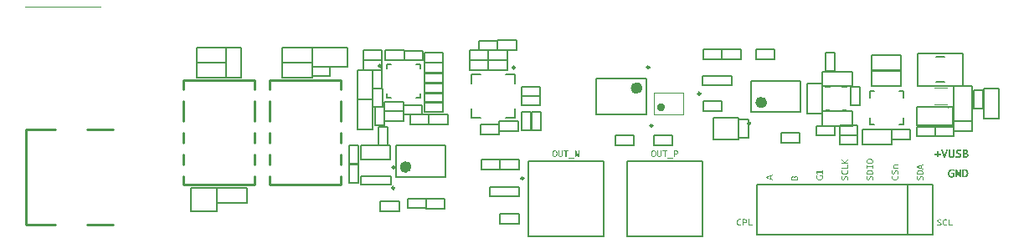
<source format=gto>
G04*
G04 #@! TF.GenerationSoftware,Altium Limited,Altium Designer,23.10.1 (27)*
G04*
G04 Layer_Color=65535*
%FSAX25Y25*%
%MOIN*%
G70*
G04*
G04 #@! TF.SameCoordinates,DD09C1F2-BA3A-4F81-A9C7-6BB9A0416EC0*
G04*
G04*
G04 #@! TF.FilePolarity,Positive*
G04*
G01*
G75*
%ADD10C,0.00394*%
%ADD11C,0.00984*%
%ADD12C,0.00610*%
%ADD13C,0.02362*%
%ADD14C,0.01575*%
%ADD15C,0.01000*%
%ADD16C,0.00787*%
%ADD17C,0.00500*%
%ADD18C,0.00591*%
G36*
X0284691Y0007749D02*
X0284744Y0007746D01*
X0284800Y0007739D01*
X0284914Y0007719D01*
X0284921D01*
X0284941Y0007713D01*
X0284970Y0007706D01*
X0285010Y0007696D01*
X0285055Y0007683D01*
X0285105Y0007667D01*
X0285213Y0007628D01*
Y0007283D01*
X0285206Y0007287D01*
X0285190Y0007296D01*
X0285160Y0007309D01*
X0285124Y0007326D01*
X0285078Y0007345D01*
X0285029Y0007365D01*
X0284977Y0007382D01*
X0284921Y0007398D01*
X0284914Y0007401D01*
X0284895Y0007405D01*
X0284865Y0007411D01*
X0284826Y0007421D01*
X0284777Y0007428D01*
X0284721Y0007434D01*
X0284662Y0007437D01*
X0284596Y0007441D01*
X0284567D01*
X0284531Y0007437D01*
X0284488Y0007431D01*
X0284436Y0007424D01*
X0284383Y0007411D01*
X0284324Y0007395D01*
X0284268Y0007372D01*
X0284262Y0007368D01*
X0284245Y0007359D01*
X0284216Y0007342D01*
X0284183Y0007322D01*
X0284144Y0007293D01*
X0284101Y0007257D01*
X0284058Y0007218D01*
X0284019Y0007172D01*
X0284016Y0007165D01*
X0284003Y0007149D01*
X0283983Y0007123D01*
X0283960Y0007083D01*
X0283937Y0007037D01*
X0283911Y0006985D01*
X0283885Y0006926D01*
X0283861Y0006857D01*
Y0006854D01*
X0283858Y0006847D01*
Y0006837D01*
X0283855Y0006824D01*
X0283848Y0006808D01*
X0283845Y0006785D01*
X0283835Y0006735D01*
X0283825Y0006673D01*
X0283819Y0006601D01*
X0283812Y0006522D01*
X0283809Y0006434D01*
Y0006427D01*
Y0006411D01*
Y0006385D01*
X0283812Y0006352D01*
X0283816Y0006309D01*
X0283819Y0006263D01*
X0283825Y0006211D01*
X0283835Y0006152D01*
X0283858Y0006030D01*
X0283875Y0005968D01*
X0283894Y0005906D01*
X0283917Y0005843D01*
X0283944Y0005784D01*
X0283973Y0005728D01*
X0284009Y0005679D01*
X0284012Y0005676D01*
X0284019Y0005669D01*
X0284032Y0005656D01*
X0284049Y0005640D01*
X0284068Y0005620D01*
X0284094Y0005601D01*
X0284124Y0005578D01*
X0284160Y0005555D01*
X0284199Y0005528D01*
X0284242Y0005505D01*
X0284291Y0005486D01*
X0284347Y0005466D01*
X0284403Y0005450D01*
X0284465Y0005437D01*
X0284531Y0005430D01*
X0284603Y0005427D01*
X0284632D01*
X0284665Y0005430D01*
X0284704D01*
X0284754Y0005437D01*
X0284806Y0005443D01*
X0284865Y0005450D01*
X0284921Y0005463D01*
X0284924D01*
X0284928Y0005466D01*
X0284947Y0005469D01*
X0284977Y0005479D01*
X0285013Y0005492D01*
X0285059Y0005505D01*
X0285108Y0005525D01*
X0285213Y0005571D01*
Y0005240D01*
X0285210D01*
X0285200Y0005233D01*
X0285183Y0005227D01*
X0285160Y0005220D01*
X0285131Y0005210D01*
X0285098Y0005200D01*
X0285059Y0005187D01*
X0285016Y0005177D01*
X0284967Y0005164D01*
X0284918Y0005151D01*
X0284806Y0005131D01*
X0284688Y0005118D01*
X0284563Y0005112D01*
X0284541D01*
X0284511Y0005115D01*
X0284475Y0005118D01*
X0284429Y0005122D01*
X0284377Y0005128D01*
X0284317Y0005138D01*
X0284255Y0005151D01*
X0284190Y0005171D01*
X0284121Y0005190D01*
X0284052Y0005217D01*
X0283980Y0005250D01*
X0283914Y0005286D01*
X0283848Y0005328D01*
X0283786Y0005381D01*
X0283727Y0005437D01*
X0283724Y0005440D01*
X0283714Y0005453D01*
X0283701Y0005473D01*
X0283681Y0005499D01*
X0283658Y0005532D01*
X0283635Y0005574D01*
X0283609Y0005624D01*
X0283583Y0005679D01*
X0283553Y0005745D01*
X0283527Y0005817D01*
X0283504Y0005896D01*
X0283481Y0005981D01*
X0283461Y0006076D01*
X0283448Y0006178D01*
X0283438Y0006286D01*
X0283435Y0006401D01*
Y0006404D01*
Y0006414D01*
Y0006430D01*
Y0006453D01*
X0283438Y0006480D01*
Y0006512D01*
X0283442Y0006549D01*
X0283445Y0006588D01*
X0283455Y0006676D01*
X0283468Y0006768D01*
X0283488Y0006867D01*
X0283514Y0006962D01*
Y0006965D01*
X0283517Y0006972D01*
X0283524Y0006985D01*
X0283530Y0007004D01*
X0283537Y0007024D01*
X0283547Y0007050D01*
X0283573Y0007109D01*
X0283606Y0007175D01*
X0283645Y0007247D01*
X0283691Y0007316D01*
X0283743Y0007385D01*
X0283747Y0007388D01*
X0283750Y0007391D01*
X0283760Y0007401D01*
X0283770Y0007414D01*
X0283803Y0007447D01*
X0283845Y0007486D01*
X0283898Y0007529D01*
X0283960Y0007575D01*
X0284032Y0007618D01*
X0284107Y0007657D01*
X0284111D01*
X0284117Y0007660D01*
X0284131Y0007667D01*
X0284144Y0007673D01*
X0284167Y0007680D01*
X0284190Y0007687D01*
X0284216Y0007696D01*
X0284249Y0007706D01*
X0284317Y0007723D01*
X0284399Y0007739D01*
X0284488Y0007749D01*
X0284583Y0007752D01*
X0284649D01*
X0284691Y0007749D01*
D02*
G37*
G36*
X0288506Y0005443D02*
X0289631D01*
Y0005145D01*
X0288148D01*
Y0007719D01*
X0288506D01*
Y0005443D01*
D02*
G37*
G36*
X0286574Y0007716D02*
X0286623Y0007713D01*
X0286679Y0007710D01*
X0286741Y0007703D01*
X0286807Y0007690D01*
X0286873Y0007677D01*
X0286876D01*
X0286879Y0007673D01*
X0286889D01*
X0286902Y0007670D01*
X0286935Y0007657D01*
X0286978Y0007644D01*
X0287023Y0007624D01*
X0287076Y0007601D01*
X0287128Y0007572D01*
X0287178Y0007539D01*
X0287184Y0007536D01*
X0287201Y0007523D01*
X0287224Y0007500D01*
X0287256Y0007473D01*
X0287289Y0007437D01*
X0287325Y0007395D01*
X0287358Y0007345D01*
X0287391Y0007293D01*
X0287394Y0007287D01*
X0287404Y0007267D01*
X0287417Y0007234D01*
X0287433Y0007191D01*
X0287447Y0007139D01*
X0287460Y0007077D01*
X0287470Y0007008D01*
X0287473Y0006929D01*
Y0006926D01*
Y0006922D01*
Y0006903D01*
X0287470Y0006870D01*
X0287466Y0006831D01*
X0287460Y0006785D01*
X0287447Y0006732D01*
X0287433Y0006676D01*
X0287414Y0006617D01*
Y0006614D01*
X0287410Y0006611D01*
X0287404Y0006591D01*
X0287387Y0006562D01*
X0287368Y0006526D01*
X0287342Y0006483D01*
X0287312Y0006437D01*
X0287273Y0006388D01*
X0287230Y0006342D01*
X0287224Y0006335D01*
X0287207Y0006322D01*
X0287181Y0006299D01*
X0287145Y0006273D01*
X0287099Y0006240D01*
X0287043Y0006207D01*
X0286981Y0006174D01*
X0286912Y0006145D01*
X0286909D01*
X0286902Y0006142D01*
X0286892Y0006138D01*
X0286879Y0006132D01*
X0286859Y0006129D01*
X0286837Y0006122D01*
X0286810Y0006115D01*
X0286781Y0006109D01*
X0286715Y0006092D01*
X0286636Y0006083D01*
X0286548Y0006073D01*
X0286453Y0006070D01*
X0286135D01*
Y0005145D01*
X0285784D01*
Y0007719D01*
X0286554D01*
X0286574Y0007716D01*
D02*
G37*
G36*
X0253455Y0033458D02*
Y0033455D01*
Y0033448D01*
Y0033438D01*
Y0033422D01*
X0253452Y0033402D01*
Y0033383D01*
X0253449Y0033330D01*
X0253439Y0033271D01*
X0253429Y0033206D01*
X0253412Y0033137D01*
X0253393Y0033071D01*
Y0033068D01*
X0253389Y0033064D01*
X0253386Y0033055D01*
X0253383Y0033041D01*
X0253366Y0033012D01*
X0253350Y0032969D01*
X0253324Y0032923D01*
X0253294Y0032877D01*
X0253258Y0032825D01*
X0253216Y0032779D01*
X0253209Y0032772D01*
X0253196Y0032759D01*
X0253170Y0032736D01*
X0253137Y0032710D01*
X0253094Y0032681D01*
X0253048Y0032648D01*
X0252993Y0032618D01*
X0252930Y0032592D01*
X0252927D01*
X0252924Y0032589D01*
X0252914Y0032585D01*
X0252901Y0032582D01*
X0252865Y0032572D01*
X0252819Y0032559D01*
X0252763Y0032546D01*
X0252697Y0032536D01*
X0252625Y0032530D01*
X0252547Y0032526D01*
X0252507D01*
X0252484Y0032530D01*
X0252461D01*
X0252406Y0032533D01*
X0252340Y0032543D01*
X0252271Y0032553D01*
X0252202Y0032569D01*
X0252136Y0032589D01*
X0252133D01*
X0252130Y0032592D01*
X0252110Y0032602D01*
X0252077Y0032615D01*
X0252041Y0032635D01*
X0251995Y0032661D01*
X0251953Y0032691D01*
X0251907Y0032727D01*
X0251864Y0032766D01*
X0251861Y0032772D01*
X0251848Y0032786D01*
X0251828Y0032812D01*
X0251805Y0032845D01*
X0251779Y0032884D01*
X0251756Y0032930D01*
X0251730Y0032982D01*
X0251710Y0033041D01*
Y0033045D01*
X0251707Y0033048D01*
Y0033058D01*
X0251704Y0033071D01*
X0251697Y0033104D01*
X0251687Y0033150D01*
X0251677Y0033202D01*
X0251671Y0033264D01*
X0251667Y0033330D01*
X0251664Y0033402D01*
Y0035137D01*
X0252015D01*
Y0033428D01*
Y0033422D01*
Y0033402D01*
Y0033376D01*
X0252018Y0033340D01*
X0252022Y0033297D01*
X0252025Y0033251D01*
X0252031Y0033209D01*
X0252041Y0033163D01*
Y0033156D01*
X0252048Y0033143D01*
X0252055Y0033123D01*
X0252064Y0033097D01*
X0252077Y0033064D01*
X0252094Y0033035D01*
X0252114Y0033002D01*
X0252136Y0032973D01*
X0252140Y0032969D01*
X0252150Y0032959D01*
X0252163Y0032946D01*
X0252182Y0032930D01*
X0252205Y0032910D01*
X0252235Y0032894D01*
X0252268Y0032874D01*
X0252304Y0032858D01*
X0252307D01*
X0252324Y0032851D01*
X0252346Y0032845D01*
X0252376Y0032838D01*
X0252412Y0032831D01*
X0252455Y0032825D01*
X0252504Y0032822D01*
X0252556Y0032818D01*
X0252583D01*
X0252602Y0032822D01*
X0252625Y0032825D01*
X0252652Y0032828D01*
X0252714Y0032838D01*
X0252779Y0032858D01*
X0252848Y0032887D01*
X0252881Y0032904D01*
X0252914Y0032927D01*
X0252943Y0032950D01*
X0252970Y0032979D01*
Y0032982D01*
X0252976Y0032986D01*
X0252983Y0032996D01*
X0252989Y0033009D01*
X0253002Y0033025D01*
X0253012Y0033045D01*
X0253025Y0033068D01*
X0253039Y0033097D01*
X0253048Y0033127D01*
X0253062Y0033163D01*
X0253075Y0033199D01*
X0253084Y0033238D01*
X0253091Y0033284D01*
X0253098Y0033330D01*
X0253104Y0033435D01*
Y0035137D01*
X0253455D01*
Y0033458D01*
D02*
G37*
G36*
X0259205Y0035134D02*
X0259254Y0035131D01*
X0259310Y0035127D01*
X0259372Y0035121D01*
X0259438Y0035108D01*
X0259503Y0035095D01*
X0259507D01*
X0259510Y0035091D01*
X0259520D01*
X0259533Y0035088D01*
X0259566Y0035075D01*
X0259608Y0035062D01*
X0259654Y0035042D01*
X0259707Y0035019D01*
X0259759Y0034990D01*
X0259808Y0034957D01*
X0259815Y0034954D01*
X0259831Y0034941D01*
X0259854Y0034918D01*
X0259887Y0034891D01*
X0259920Y0034855D01*
X0259956Y0034813D01*
X0259989Y0034764D01*
X0260022Y0034711D01*
X0260025Y0034704D01*
X0260035Y0034685D01*
X0260048Y0034652D01*
X0260064Y0034609D01*
X0260077Y0034557D01*
X0260090Y0034495D01*
X0260100Y0034426D01*
X0260104Y0034347D01*
Y0034344D01*
Y0034340D01*
Y0034321D01*
X0260100Y0034288D01*
X0260097Y0034249D01*
X0260090Y0034203D01*
X0260077Y0034150D01*
X0260064Y0034094D01*
X0260045Y0034035D01*
Y0034032D01*
X0260041Y0034029D01*
X0260035Y0034009D01*
X0260018Y0033979D01*
X0259999Y0033944D01*
X0259972Y0033901D01*
X0259943Y0033855D01*
X0259904Y0033806D01*
X0259861Y0033760D01*
X0259854Y0033753D01*
X0259838Y0033740D01*
X0259812Y0033717D01*
X0259776Y0033691D01*
X0259730Y0033658D01*
X0259674Y0033625D01*
X0259612Y0033593D01*
X0259543Y0033563D01*
X0259539D01*
X0259533Y0033560D01*
X0259523Y0033556D01*
X0259510Y0033550D01*
X0259490Y0033547D01*
X0259467Y0033540D01*
X0259441Y0033533D01*
X0259412Y0033527D01*
X0259346Y0033511D01*
X0259267Y0033501D01*
X0259179Y0033491D01*
X0259084Y0033487D01*
X0258765D01*
Y0032563D01*
X0258414D01*
Y0035137D01*
X0259185D01*
X0259205Y0035134D01*
D02*
G37*
G36*
X0255715Y0034839D02*
X0254954D01*
Y0032563D01*
X0254600D01*
Y0034839D01*
X0253839D01*
Y0035137D01*
X0255715D01*
Y0034839D01*
D02*
G37*
G36*
X0250421Y0035170D02*
X0250447D01*
X0250506Y0035164D01*
X0250575Y0035151D01*
X0250647Y0035134D01*
X0250719Y0035111D01*
X0250792Y0035082D01*
X0250795D01*
X0250801Y0035078D01*
X0250808Y0035072D01*
X0250821Y0035065D01*
X0250857Y0035042D01*
X0250900Y0035016D01*
X0250946Y0034977D01*
X0250998Y0034931D01*
X0251047Y0034878D01*
X0251097Y0034819D01*
Y0034816D01*
X0251103Y0034813D01*
X0251110Y0034803D01*
X0251116Y0034790D01*
X0251126Y0034773D01*
X0251139Y0034754D01*
X0251166Y0034704D01*
X0251195Y0034645D01*
X0251228Y0034576D01*
X0251254Y0034498D01*
X0251280Y0034409D01*
Y0034406D01*
X0251284Y0034399D01*
X0251287Y0034386D01*
X0251290Y0034367D01*
X0251293Y0034344D01*
X0251300Y0034317D01*
X0251307Y0034288D01*
X0251313Y0034252D01*
X0251316Y0034212D01*
X0251323Y0034170D01*
X0251333Y0034078D01*
X0251339Y0033976D01*
X0251343Y0033865D01*
Y0033862D01*
Y0033848D01*
Y0033832D01*
Y0033806D01*
X0251339Y0033776D01*
Y0033740D01*
X0251336Y0033701D01*
X0251333Y0033658D01*
X0251323Y0033566D01*
X0251307Y0033465D01*
X0251287Y0033363D01*
X0251261Y0033264D01*
Y0033261D01*
X0251257Y0033255D01*
X0251251Y0033242D01*
X0251244Y0033222D01*
X0251238Y0033202D01*
X0251228Y0033176D01*
X0251202Y0033120D01*
X0251169Y0033055D01*
X0251133Y0032982D01*
X0251087Y0032914D01*
X0251038Y0032848D01*
Y0032845D01*
X0251031Y0032841D01*
X0251015Y0032822D01*
X0250985Y0032792D01*
X0250946Y0032756D01*
X0250897Y0032717D01*
X0250844Y0032677D01*
X0250782Y0032638D01*
X0250713Y0032605D01*
X0250710D01*
X0250703Y0032602D01*
X0250693Y0032599D01*
X0250680Y0032592D01*
X0250664Y0032585D01*
X0250644Y0032579D01*
X0250595Y0032566D01*
X0250536Y0032553D01*
X0250467Y0032540D01*
X0250395Y0032530D01*
X0250319Y0032526D01*
X0250277D01*
X0250257Y0032530D01*
X0250231D01*
X0250172Y0032536D01*
X0250106Y0032550D01*
X0250034Y0032563D01*
X0249959Y0032585D01*
X0249886Y0032615D01*
X0249883D01*
X0249880Y0032618D01*
X0249870Y0032625D01*
X0249857Y0032631D01*
X0249821Y0032651D01*
X0249778Y0032681D01*
X0249732Y0032717D01*
X0249680Y0032763D01*
X0249631Y0032815D01*
X0249581Y0032874D01*
Y0032877D01*
X0249575Y0032881D01*
X0249571Y0032891D01*
X0249562Y0032904D01*
X0249552Y0032920D01*
X0249542Y0032940D01*
X0249516Y0032989D01*
X0249486Y0033051D01*
X0249457Y0033120D01*
X0249430Y0033199D01*
X0249404Y0033288D01*
Y0033291D01*
X0249401Y0033297D01*
X0249398Y0033310D01*
X0249394Y0033330D01*
X0249391Y0033353D01*
X0249385Y0033379D01*
X0249381Y0033412D01*
X0249375Y0033448D01*
X0249368Y0033484D01*
X0249365Y0033527D01*
X0249355Y0033622D01*
X0249348Y0033724D01*
X0249345Y0033835D01*
Y0033838D01*
Y0033852D01*
Y0033868D01*
Y0033894D01*
X0249348Y0033924D01*
Y0033957D01*
X0249352Y0033996D01*
X0249355Y0034039D01*
X0249365Y0034130D01*
X0249378Y0034232D01*
X0249398Y0034330D01*
X0249424Y0034429D01*
Y0034432D01*
X0249427Y0034439D01*
X0249434Y0034452D01*
X0249440Y0034471D01*
X0249447Y0034491D01*
X0249457Y0034517D01*
X0249483Y0034576D01*
X0249513Y0034642D01*
X0249552Y0034711D01*
X0249594Y0034780D01*
X0249644Y0034845D01*
X0249647Y0034849D01*
X0249650Y0034852D01*
X0249667Y0034872D01*
X0249696Y0034901D01*
X0249735Y0034941D01*
X0249781Y0034980D01*
X0249837Y0035019D01*
X0249900Y0035059D01*
X0249965Y0035091D01*
X0249968D01*
X0249975Y0035095D01*
X0249985Y0035098D01*
X0249998Y0035105D01*
X0250014Y0035111D01*
X0250034Y0035118D01*
X0250083Y0035134D01*
X0250142Y0035147D01*
X0250211Y0035160D01*
X0250283Y0035170D01*
X0250359Y0035173D01*
X0250401D01*
X0250421Y0035170D01*
D02*
G37*
G36*
X0258103Y0031756D02*
X0255886D01*
Y0032038D01*
X0258103D01*
Y0031756D01*
D02*
G37*
G36*
X0364268Y0007705D02*
X0364321Y0007702D01*
X0364334D01*
X0364350Y0007698D01*
X0364370D01*
X0364393Y0007695D01*
X0364419Y0007692D01*
X0364475Y0007682D01*
X0364478D01*
X0364488Y0007679D01*
X0364504D01*
X0364524Y0007675D01*
X0364547Y0007672D01*
X0364573Y0007666D01*
X0364629Y0007656D01*
X0364632D01*
X0364642Y0007652D01*
X0364658D01*
X0364678Y0007649D01*
X0364724Y0007639D01*
X0364773Y0007629D01*
Y0007315D01*
X0364770D01*
X0364767Y0007318D01*
X0364747Y0007321D01*
X0364718Y0007331D01*
X0364678Y0007338D01*
X0364632Y0007351D01*
X0364580Y0007361D01*
X0364524Y0007370D01*
X0364468Y0007380D01*
X0364462D01*
X0364442Y0007383D01*
X0364412Y0007387D01*
X0364376Y0007393D01*
X0364330Y0007396D01*
X0364281Y0007400D01*
X0364173Y0007403D01*
X0364124D01*
X0364097Y0007400D01*
X0364071Y0007396D01*
X0364006Y0007390D01*
X0363933Y0007377D01*
X0363858Y0007361D01*
X0363789Y0007334D01*
X0363760Y0007318D01*
X0363730Y0007301D01*
X0363724Y0007298D01*
X0363707Y0007282D01*
X0363684Y0007262D01*
X0363661Y0007229D01*
X0363635Y0007190D01*
X0363612Y0007144D01*
X0363596Y0007091D01*
X0363592Y0007062D01*
X0363589Y0007033D01*
Y0007029D01*
Y0007016D01*
X0363592Y0006996D01*
X0363596Y0006970D01*
X0363602Y0006944D01*
X0363612Y0006911D01*
X0363625Y0006882D01*
X0363645Y0006852D01*
X0363648Y0006849D01*
X0363655Y0006839D01*
X0363668Y0006826D01*
X0363687Y0006806D01*
X0363707Y0006786D01*
X0363734Y0006763D01*
X0363766Y0006741D01*
X0363799Y0006718D01*
X0363802Y0006714D01*
X0363815Y0006708D01*
X0363835Y0006698D01*
X0363861Y0006681D01*
X0363894Y0006665D01*
X0363930Y0006649D01*
X0363973Y0006629D01*
X0364016Y0006609D01*
X0364022Y0006606D01*
X0364035Y0006603D01*
X0364061Y0006593D01*
X0364091Y0006580D01*
X0364130Y0006567D01*
X0364170Y0006547D01*
X0364262Y0006511D01*
X0364268Y0006508D01*
X0364284Y0006501D01*
X0364307Y0006491D01*
X0364340Y0006478D01*
X0364376Y0006462D01*
X0364419Y0006442D01*
X0364508Y0006399D01*
X0364514Y0006396D01*
X0364527Y0006390D01*
X0364550Y0006376D01*
X0364580Y0006357D01*
X0364613Y0006337D01*
X0364649Y0006311D01*
X0364724Y0006252D01*
X0364727Y0006248D01*
X0364740Y0006239D01*
X0364757Y0006219D01*
X0364780Y0006196D01*
X0364803Y0006170D01*
X0364829Y0006137D01*
X0364855Y0006098D01*
X0364878Y0006058D01*
X0364881Y0006052D01*
X0364888Y0006039D01*
X0364898Y0006016D01*
X0364908Y0005983D01*
X0364917Y0005943D01*
X0364927Y0005901D01*
X0364934Y0005848D01*
X0364937Y0005793D01*
Y0005789D01*
Y0005786D01*
Y0005776D01*
Y0005763D01*
X0364934Y0005727D01*
X0364927Y0005684D01*
X0364917Y0005632D01*
X0364904Y0005579D01*
X0364888Y0005524D01*
X0364862Y0005471D01*
X0364859Y0005465D01*
X0364849Y0005448D01*
X0364832Y0005422D01*
X0364806Y0005393D01*
X0364776Y0005353D01*
X0364740Y0005317D01*
X0364701Y0005278D01*
X0364652Y0005242D01*
X0364645Y0005238D01*
X0364629Y0005225D01*
X0364599Y0005209D01*
X0364560Y0005189D01*
X0364514Y0005166D01*
X0364458Y0005147D01*
X0364396Y0005124D01*
X0364327Y0005104D01*
X0364324D01*
X0364317Y0005100D01*
X0364307D01*
X0364294Y0005097D01*
X0364278Y0005094D01*
X0364255Y0005091D01*
X0364206Y0005084D01*
X0364143Y0005074D01*
X0364075Y0005068D01*
X0363996Y0005065D01*
X0363914Y0005061D01*
X0363851D01*
X0363819Y0005065D01*
X0363786D01*
X0363710Y0005071D01*
X0363694D01*
X0363674Y0005074D01*
X0363648Y0005078D01*
X0363619D01*
X0363586Y0005081D01*
X0363514Y0005091D01*
X0363510D01*
X0363497Y0005094D01*
X0363481D01*
X0363455Y0005097D01*
X0363428Y0005100D01*
X0363399Y0005104D01*
X0363337Y0005114D01*
X0363333D01*
X0363323Y0005117D01*
X0363307Y0005120D01*
X0363287Y0005124D01*
X0363242Y0005137D01*
X0363189Y0005150D01*
Y0005488D01*
X0363192D01*
X0363195Y0005484D01*
X0363215Y0005478D01*
X0363245Y0005468D01*
X0363287Y0005455D01*
X0363333Y0005442D01*
X0363392Y0005425D01*
X0363455Y0005412D01*
X0363520Y0005399D01*
X0363530D01*
X0363540Y0005396D01*
X0363553D01*
X0363569Y0005393D01*
X0363592Y0005389D01*
X0363642Y0005386D01*
X0363704Y0005379D01*
X0363776Y0005373D01*
X0363855Y0005370D01*
X0363999D01*
X0364038Y0005373D01*
X0364084Y0005376D01*
X0364130Y0005379D01*
X0364179Y0005386D01*
X0364226Y0005396D01*
X0364232D01*
X0364245Y0005402D01*
X0364268Y0005406D01*
X0364294Y0005415D01*
X0364327Y0005425D01*
X0364360Y0005442D01*
X0364393Y0005455D01*
X0364422Y0005474D01*
X0364425Y0005478D01*
X0364435Y0005484D01*
X0364448Y0005494D01*
X0364465Y0005511D01*
X0364481Y0005530D01*
X0364501Y0005550D01*
X0364517Y0005576D01*
X0364534Y0005602D01*
X0364537Y0005606D01*
X0364540Y0005615D01*
X0364547Y0005632D01*
X0364553Y0005652D01*
X0364560Y0005678D01*
X0364563Y0005707D01*
X0364570Y0005737D01*
Y0005773D01*
Y0005776D01*
Y0005789D01*
X0364567Y0005809D01*
X0364563Y0005835D01*
X0364557Y0005861D01*
X0364544Y0005891D01*
X0364530Y0005920D01*
X0364511Y0005950D01*
X0364508Y0005953D01*
X0364501Y0005963D01*
X0364488Y0005976D01*
X0364468Y0005996D01*
X0364448Y0006016D01*
X0364422Y0006039D01*
X0364389Y0006058D01*
X0364357Y0006081D01*
X0364353Y0006084D01*
X0364340Y0006091D01*
X0364321Y0006104D01*
X0364294Y0006117D01*
X0364262Y0006134D01*
X0364226Y0006153D01*
X0364183Y0006170D01*
X0364140Y0006190D01*
X0364134Y0006193D01*
X0364121Y0006199D01*
X0364094Y0006209D01*
X0364065Y0006219D01*
X0364025Y0006235D01*
X0363986Y0006252D01*
X0363894Y0006288D01*
X0363888Y0006291D01*
X0363875Y0006298D01*
X0363848Y0006308D01*
X0363815Y0006321D01*
X0363779Y0006337D01*
X0363737Y0006357D01*
X0363648Y0006399D01*
X0363642Y0006403D01*
X0363629Y0006409D01*
X0363605Y0006422D01*
X0363576Y0006442D01*
X0363543Y0006462D01*
X0363507Y0006488D01*
X0363432Y0006544D01*
X0363428Y0006547D01*
X0363415Y0006557D01*
X0363399Y0006577D01*
X0363376Y0006600D01*
X0363353Y0006626D01*
X0363327Y0006658D01*
X0363300Y0006695D01*
X0363278Y0006734D01*
X0363274Y0006741D01*
X0363268Y0006754D01*
X0363261Y0006777D01*
X0363251Y0006809D01*
X0363238Y0006849D01*
X0363232Y0006891D01*
X0363225Y0006941D01*
X0363222Y0006996D01*
Y0007003D01*
Y0007019D01*
X0363225Y0007046D01*
X0363228Y0007078D01*
X0363235Y0007118D01*
X0363245Y0007160D01*
X0363258Y0007206D01*
X0363274Y0007255D01*
X0363278Y0007262D01*
X0363284Y0007278D01*
X0363297Y0007301D01*
X0363317Y0007334D01*
X0363340Y0007370D01*
X0363369Y0007406D01*
X0363405Y0007446D01*
X0363445Y0007485D01*
X0363451Y0007488D01*
X0363468Y0007502D01*
X0363491Y0007521D01*
X0363527Y0007541D01*
X0363569Y0007567D01*
X0363622Y0007593D01*
X0363681Y0007620D01*
X0363747Y0007646D01*
X0363750D01*
X0363756Y0007649D01*
X0363766Y0007652D01*
X0363779Y0007656D01*
X0363796Y0007659D01*
X0363819Y0007666D01*
X0363842Y0007672D01*
X0363871Y0007679D01*
X0363933Y0007688D01*
X0364009Y0007698D01*
X0364091Y0007705D01*
X0364183Y0007708D01*
X0364245D01*
X0364268Y0007705D01*
D02*
G37*
G36*
X0366626Y0007702D02*
X0366679Y0007698D01*
X0366735Y0007692D01*
X0366849Y0007672D01*
X0366856D01*
X0366876Y0007666D01*
X0366905Y0007659D01*
X0366945Y0007649D01*
X0366990Y0007636D01*
X0367040Y0007620D01*
X0367148Y0007580D01*
Y0007236D01*
X0367141Y0007239D01*
X0367125Y0007249D01*
X0367095Y0007262D01*
X0367059Y0007278D01*
X0367014Y0007298D01*
X0366964Y0007318D01*
X0366912Y0007334D01*
X0366856Y0007351D01*
X0366849Y0007354D01*
X0366830Y0007357D01*
X0366800Y0007364D01*
X0366761Y0007374D01*
X0366712Y0007380D01*
X0366656Y0007387D01*
X0366597Y0007390D01*
X0366531Y0007393D01*
X0366502D01*
X0366466Y0007390D01*
X0366423Y0007383D01*
X0366371Y0007377D01*
X0366318Y0007364D01*
X0366259Y0007347D01*
X0366203Y0007324D01*
X0366197Y0007321D01*
X0366180Y0007311D01*
X0366151Y0007295D01*
X0366118Y0007275D01*
X0366079Y0007246D01*
X0366036Y0007210D01*
X0365993Y0007170D01*
X0365954Y0007124D01*
X0365951Y0007118D01*
X0365938Y0007101D01*
X0365918Y0007075D01*
X0365895Y0007036D01*
X0365872Y0006990D01*
X0365846Y0006937D01*
X0365820Y0006878D01*
X0365797Y0006809D01*
Y0006806D01*
X0365793Y0006800D01*
Y0006790D01*
X0365790Y0006777D01*
X0365784Y0006760D01*
X0365780Y0006737D01*
X0365770Y0006688D01*
X0365760Y0006626D01*
X0365754Y0006554D01*
X0365747Y0006475D01*
X0365744Y0006386D01*
Y0006380D01*
Y0006363D01*
Y0006337D01*
X0365747Y0006304D01*
X0365751Y0006262D01*
X0365754Y0006216D01*
X0365760Y0006163D01*
X0365770Y0006104D01*
X0365793Y0005983D01*
X0365810Y0005920D01*
X0365829Y0005858D01*
X0365852Y0005796D01*
X0365879Y0005737D01*
X0365908Y0005681D01*
X0365944Y0005632D01*
X0365948Y0005629D01*
X0365954Y0005622D01*
X0365967Y0005609D01*
X0365984Y0005593D01*
X0366003Y0005573D01*
X0366030Y0005553D01*
X0366059Y0005530D01*
X0366095Y0005507D01*
X0366134Y0005481D01*
X0366177Y0005458D01*
X0366226Y0005438D01*
X0366282Y0005419D01*
X0366338Y0005402D01*
X0366400Y0005389D01*
X0366466Y0005383D01*
X0366538Y0005379D01*
X0366567D01*
X0366600Y0005383D01*
X0366639D01*
X0366689Y0005389D01*
X0366741Y0005396D01*
X0366800Y0005402D01*
X0366856Y0005415D01*
X0366859D01*
X0366863Y0005419D01*
X0366882Y0005422D01*
X0366912Y0005432D01*
X0366948Y0005445D01*
X0366994Y0005458D01*
X0367043Y0005478D01*
X0367148Y0005524D01*
Y0005192D01*
X0367145D01*
X0367135Y0005186D01*
X0367118Y0005179D01*
X0367095Y0005173D01*
X0367066Y0005163D01*
X0367033Y0005153D01*
X0366994Y0005140D01*
X0366951Y0005130D01*
X0366902Y0005117D01*
X0366853Y0005104D01*
X0366741Y0005084D01*
X0366623Y0005071D01*
X0366498Y0005065D01*
X0366476D01*
X0366446Y0005068D01*
X0366410Y0005071D01*
X0366364Y0005074D01*
X0366312Y0005081D01*
X0366252Y0005091D01*
X0366190Y0005104D01*
X0366125Y0005124D01*
X0366056Y0005143D01*
X0365987Y0005169D01*
X0365915Y0005202D01*
X0365849Y0005238D01*
X0365784Y0005281D01*
X0365721Y0005333D01*
X0365662Y0005389D01*
X0365659Y0005393D01*
X0365649Y0005406D01*
X0365636Y0005425D01*
X0365616Y0005452D01*
X0365593Y0005484D01*
X0365570Y0005527D01*
X0365544Y0005576D01*
X0365518Y0005632D01*
X0365488Y0005697D01*
X0365462Y0005770D01*
X0365439Y0005848D01*
X0365416Y0005934D01*
X0365396Y0006029D01*
X0365383Y0006131D01*
X0365373Y0006239D01*
X0365370Y0006353D01*
Y0006357D01*
Y0006367D01*
Y0006383D01*
Y0006406D01*
X0365373Y0006432D01*
Y0006465D01*
X0365377Y0006501D01*
X0365380Y0006540D01*
X0365390Y0006629D01*
X0365403Y0006721D01*
X0365423Y0006819D01*
X0365449Y0006914D01*
Y0006918D01*
X0365452Y0006924D01*
X0365459Y0006937D01*
X0365465Y0006957D01*
X0365472Y0006977D01*
X0365482Y0007003D01*
X0365508Y0007062D01*
X0365541Y0007128D01*
X0365580Y0007200D01*
X0365626Y0007269D01*
X0365679Y0007338D01*
X0365682Y0007341D01*
X0365685Y0007344D01*
X0365695Y0007354D01*
X0365705Y0007367D01*
X0365738Y0007400D01*
X0365780Y0007439D01*
X0365833Y0007482D01*
X0365895Y0007528D01*
X0365967Y0007570D01*
X0366043Y0007610D01*
X0366046D01*
X0366052Y0007613D01*
X0366066Y0007620D01*
X0366079Y0007626D01*
X0366102Y0007633D01*
X0366125Y0007639D01*
X0366151Y0007649D01*
X0366184Y0007659D01*
X0366252Y0007675D01*
X0366335Y0007692D01*
X0366423Y0007702D01*
X0366518Y0007705D01*
X0366584D01*
X0366626Y0007702D01*
D02*
G37*
G36*
X0368224Y0005396D02*
X0369349D01*
Y0005097D01*
X0367866D01*
Y0007672D01*
X0368224D01*
Y0005396D01*
D02*
G37*
G36*
X0307043Y0024895D02*
X0307085Y0024888D01*
X0307138Y0024882D01*
X0307193Y0024868D01*
X0307249Y0024849D01*
X0307305Y0024826D01*
X0307311Y0024822D01*
X0307328Y0024813D01*
X0307354Y0024796D01*
X0307387Y0024773D01*
X0307426Y0024744D01*
X0307466Y0024711D01*
X0307505Y0024668D01*
X0307544Y0024622D01*
X0307548Y0024616D01*
X0307561Y0024599D01*
X0307577Y0024570D01*
X0307600Y0024534D01*
X0307623Y0024488D01*
X0307649Y0024432D01*
X0307672Y0024373D01*
X0307695Y0024304D01*
Y0024301D01*
X0307698Y0024294D01*
Y0024284D01*
X0307702Y0024271D01*
X0307705Y0024255D01*
X0307712Y0024235D01*
X0307718Y0024183D01*
X0307728Y0024124D01*
X0307738Y0024052D01*
X0307741Y0023976D01*
X0307744Y0023891D01*
Y0023228D01*
X0305170D01*
Y0023989D01*
X0305173Y0024009D01*
Y0024032D01*
X0305179Y0024088D01*
X0305189Y0024150D01*
X0305202Y0024222D01*
X0305222Y0024301D01*
X0305248Y0024380D01*
X0305281Y0024458D01*
X0305324Y0024537D01*
X0305373Y0024609D01*
X0305435Y0024671D01*
X0305507Y0024727D01*
X0305547Y0024750D01*
X0305593Y0024770D01*
X0305639Y0024786D01*
X0305688Y0024796D01*
X0305744Y0024803D01*
X0305799Y0024806D01*
X0305803D01*
X0305809D01*
X0305819D01*
X0305835D01*
X0305852Y0024803D01*
X0305872Y0024800D01*
X0305921Y0024793D01*
X0305977Y0024783D01*
X0306039Y0024763D01*
X0306098Y0024740D01*
X0306157Y0024708D01*
X0306163Y0024704D01*
X0306180Y0024688D01*
X0306209Y0024665D01*
X0306242Y0024632D01*
X0306278Y0024586D01*
X0306314Y0024531D01*
X0306350Y0024465D01*
X0306380Y0024386D01*
Y0024389D01*
X0306383Y0024403D01*
X0306390Y0024422D01*
X0306396Y0024449D01*
X0306406Y0024478D01*
X0306416Y0024511D01*
X0306449Y0024580D01*
X0306452Y0024583D01*
X0306459Y0024596D01*
X0306469Y0024612D01*
X0306482Y0024635D01*
X0306498Y0024662D01*
X0306518Y0024688D01*
X0306570Y0024744D01*
X0306573Y0024747D01*
X0306583Y0024757D01*
X0306600Y0024770D01*
X0306619Y0024786D01*
X0306646Y0024803D01*
X0306675Y0024822D01*
X0306708Y0024839D01*
X0306747Y0024855D01*
X0306751Y0024859D01*
X0306764Y0024862D01*
X0306787Y0024868D01*
X0306813Y0024878D01*
X0306849Y0024885D01*
X0306888Y0024891D01*
X0306931Y0024895D01*
X0306977Y0024898D01*
X0306980D01*
X0306983D01*
X0306993D01*
X0307006D01*
X0307043Y0024895D01*
D02*
G37*
G36*
X0317698Y0025659D02*
X0317380D01*
Y0026321D01*
X0315497D01*
X0315835Y0025701D01*
X0315543Y0025577D01*
X0315110Y0026397D01*
Y0026702D01*
X0317380D01*
Y0027276D01*
X0317698D01*
Y0025659D01*
D02*
G37*
G36*
X0317580Y0025088D02*
X0317586Y0025078D01*
X0317593Y0025062D01*
X0317603Y0025039D01*
X0317613Y0025013D01*
X0317623Y0024983D01*
X0317646Y0024917D01*
Y0024914D01*
X0317649Y0024901D01*
X0317655Y0024885D01*
X0317662Y0024862D01*
X0317672Y0024832D01*
X0317678Y0024803D01*
X0317695Y0024734D01*
Y0024731D01*
X0317698Y0024717D01*
X0317701Y0024701D01*
X0317705Y0024678D01*
X0317708Y0024649D01*
X0317711Y0024619D01*
X0317721Y0024550D01*
Y0024547D01*
X0317724Y0024534D01*
Y0024517D01*
X0317727Y0024494D01*
X0317731Y0024465D01*
Y0024435D01*
X0317734Y0024370D01*
Y0024327D01*
X0317731Y0024301D01*
Y0024275D01*
X0317727Y0024245D01*
X0317724Y0024212D01*
X0317714Y0024137D01*
X0317698Y0024058D01*
X0317678Y0023976D01*
X0317652Y0023894D01*
Y0023891D01*
X0317649Y0023884D01*
X0317642Y0023875D01*
X0317636Y0023858D01*
X0317629Y0023842D01*
X0317616Y0023819D01*
X0317590Y0023769D01*
X0317557Y0023714D01*
X0317514Y0023655D01*
X0317465Y0023592D01*
X0317409Y0023533D01*
X0317406D01*
X0317403Y0023527D01*
X0317393Y0023520D01*
X0317380Y0023510D01*
X0317363Y0023497D01*
X0317344Y0023484D01*
X0317298Y0023451D01*
X0317239Y0023412D01*
X0317170Y0023376D01*
X0317091Y0023340D01*
X0317003Y0023307D01*
X0316999D01*
X0316993Y0023304D01*
X0316980Y0023301D01*
X0316960Y0023294D01*
X0316937Y0023287D01*
X0316908Y0023281D01*
X0316878Y0023274D01*
X0316842Y0023268D01*
X0316803Y0023261D01*
X0316760Y0023255D01*
X0316665Y0023242D01*
X0316557Y0023232D01*
X0316442Y0023228D01*
X0316439D01*
X0316429D01*
X0316412D01*
X0316389D01*
X0316360Y0023232D01*
X0316327D01*
X0316291Y0023235D01*
X0316251Y0023238D01*
X0316163Y0023251D01*
X0316068Y0023264D01*
X0315969Y0023287D01*
X0315874Y0023317D01*
X0315871D01*
X0315864Y0023320D01*
X0315851Y0023327D01*
X0315832Y0023333D01*
X0315809Y0023343D01*
X0315786Y0023353D01*
X0315727Y0023382D01*
X0315658Y0023415D01*
X0315589Y0023458D01*
X0315517Y0023507D01*
X0315448Y0023563D01*
X0315445Y0023566D01*
X0315441Y0023570D01*
X0315431Y0023579D01*
X0315418Y0023592D01*
X0315386Y0023625D01*
X0315346Y0023671D01*
X0315304Y0023727D01*
X0315261Y0023792D01*
X0315218Y0023868D01*
X0315179Y0023950D01*
Y0023953D01*
X0315176Y0023960D01*
X0315169Y0023973D01*
X0315166Y0023989D01*
X0315156Y0024012D01*
X0315149Y0024035D01*
X0315143Y0024065D01*
X0315133Y0024098D01*
X0315117Y0024170D01*
X0315100Y0024255D01*
X0315090Y0024350D01*
X0315087Y0024449D01*
Y0024511D01*
X0315090Y0024554D01*
X0315094Y0024603D01*
X0315100Y0024658D01*
X0315120Y0024777D01*
Y0024783D01*
X0315126Y0024803D01*
X0315133Y0024836D01*
X0315143Y0024875D01*
X0315156Y0024921D01*
X0315172Y0024970D01*
X0315192Y0025023D01*
X0315215Y0025078D01*
X0315563D01*
X0315559Y0025072D01*
X0315550Y0025052D01*
X0315536Y0025026D01*
X0315520Y0024986D01*
X0315500Y0024940D01*
X0315481Y0024891D01*
X0315461Y0024836D01*
X0315445Y0024780D01*
X0315441Y0024773D01*
X0315438Y0024754D01*
X0315431Y0024724D01*
X0315422Y0024681D01*
X0315415Y0024632D01*
X0315409Y0024576D01*
X0315405Y0024517D01*
X0315402Y0024452D01*
Y0024419D01*
X0315405Y0024399D01*
Y0024380D01*
X0315412Y0024330D01*
X0315422Y0024275D01*
X0315435Y0024212D01*
X0315451Y0024150D01*
X0315477Y0024088D01*
Y0024084D01*
X0315481Y0024081D01*
X0315491Y0024061D01*
X0315507Y0024032D01*
X0315530Y0023993D01*
X0315559Y0023950D01*
X0315596Y0023907D01*
X0315635Y0023861D01*
X0315684Y0023819D01*
X0315691Y0023816D01*
X0315707Y0023802D01*
X0315737Y0023783D01*
X0315773Y0023756D01*
X0315819Y0023730D01*
X0315874Y0023704D01*
X0315933Y0023674D01*
X0316002Y0023652D01*
X0316005D01*
X0316012Y0023648D01*
X0316022Y0023645D01*
X0316035Y0023642D01*
X0316051Y0023638D01*
X0316074Y0023635D01*
X0316124Y0023625D01*
X0316186Y0023612D01*
X0316258Y0023606D01*
X0316334Y0023599D01*
X0316419Y0023596D01*
X0316422D01*
X0316429D01*
X0316442D01*
X0316458D01*
X0316478D01*
X0316504Y0023599D01*
X0316560Y0023602D01*
X0316625Y0023606D01*
X0316698Y0023615D01*
X0316770Y0023625D01*
X0316842Y0023642D01*
X0316845D01*
X0316848Y0023645D01*
X0316858Y0023648D01*
X0316871Y0023652D01*
X0316908Y0023661D01*
X0316950Y0023678D01*
X0317003Y0023697D01*
X0317055Y0023724D01*
X0317108Y0023753D01*
X0317160Y0023786D01*
X0317167Y0023789D01*
X0317180Y0023806D01*
X0317203Y0023825D01*
X0317232Y0023858D01*
X0317265Y0023894D01*
X0317298Y0023937D01*
X0317327Y0023989D01*
X0317357Y0024045D01*
Y0024048D01*
X0317360Y0024052D01*
X0317363Y0024061D01*
X0317367Y0024075D01*
X0317380Y0024107D01*
X0317390Y0024150D01*
X0317403Y0024206D01*
X0317416Y0024268D01*
X0317423Y0024340D01*
X0317426Y0024419D01*
Y0024472D01*
X0317423Y0024501D01*
Y0024508D01*
X0317419Y0024527D01*
X0317416Y0024554D01*
X0317413Y0024586D01*
Y0024593D01*
X0317409Y0024612D01*
X0317403Y0024639D01*
X0317396Y0024668D01*
Y0024671D01*
X0317393Y0024675D01*
X0317390Y0024694D01*
X0317383Y0024717D01*
X0317373Y0024744D01*
X0316550D01*
Y0024219D01*
X0316261D01*
Y0025091D01*
X0317580D01*
Y0025088D01*
D02*
G37*
G36*
X0347698Y0029044D02*
X0346435D01*
X0346432D01*
X0346425D01*
X0346412D01*
X0346396D01*
X0346376Y0029041D01*
X0346357D01*
X0346304Y0029034D01*
X0346248Y0029021D01*
X0346193Y0029008D01*
X0346137Y0028985D01*
X0346091Y0028955D01*
X0346088Y0028952D01*
X0346074Y0028939D01*
X0346055Y0028919D01*
X0346035Y0028893D01*
X0346015Y0028857D01*
X0345996Y0028811D01*
X0345983Y0028758D01*
X0345979Y0028699D01*
Y0028676D01*
X0345983Y0028660D01*
X0345986Y0028621D01*
X0345999Y0028575D01*
Y0028572D01*
X0346002Y0028565D01*
X0346009Y0028552D01*
X0346015Y0028539D01*
X0346035Y0028496D01*
X0346065Y0028450D01*
X0346068Y0028447D01*
X0346074Y0028440D01*
X0346084Y0028424D01*
X0346097Y0028407D01*
X0346114Y0028388D01*
X0346137Y0028361D01*
X0346160Y0028335D01*
X0346189Y0028309D01*
X0346193Y0028306D01*
X0346202Y0028296D01*
X0346219Y0028280D01*
X0346242Y0028260D01*
X0346271Y0028234D01*
X0346304Y0028207D01*
X0346343Y0028175D01*
X0346386Y0028142D01*
X0347698D01*
Y0027797D01*
X0345720D01*
Y0028102D01*
X0346042Y0028116D01*
X0346038Y0028119D01*
X0346025Y0028132D01*
X0346006Y0028148D01*
X0345983Y0028171D01*
X0345956Y0028194D01*
X0345927Y0028224D01*
X0345871Y0028283D01*
X0345868Y0028286D01*
X0345858Y0028296D01*
X0345848Y0028312D01*
X0345832Y0028332D01*
X0345815Y0028358D01*
X0345796Y0028385D01*
X0345763Y0028440D01*
X0345760Y0028444D01*
X0345756Y0028453D01*
X0345750Y0028470D01*
X0345740Y0028490D01*
X0345730Y0028516D01*
X0345720Y0028542D01*
X0345704Y0028601D01*
Y0028604D01*
X0345701Y0028614D01*
X0345697Y0028631D01*
X0345694Y0028653D01*
X0345691Y0028676D01*
X0345687Y0028706D01*
X0345684Y0028768D01*
Y0028798D01*
X0345687Y0028817D01*
X0345691Y0028844D01*
X0345694Y0028873D01*
X0345707Y0028942D01*
X0345727Y0029014D01*
X0345760Y0029093D01*
X0345779Y0029129D01*
X0345806Y0029165D01*
X0345832Y0029201D01*
X0345865Y0029231D01*
X0345868Y0029234D01*
X0345874Y0029237D01*
X0345884Y0029244D01*
X0345897Y0029257D01*
X0345917Y0029267D01*
X0345940Y0029280D01*
X0345970Y0029296D01*
X0345999Y0029309D01*
X0346035Y0029326D01*
X0346078Y0029339D01*
X0346120Y0029352D01*
X0346169Y0029365D01*
X0346222Y0029375D01*
X0346281Y0029382D01*
X0346343Y0029385D01*
X0346409Y0029388D01*
X0347698D01*
Y0029044D01*
D02*
G37*
G36*
X0347068Y0027227D02*
X0347111Y0027220D01*
X0347163Y0027210D01*
X0347216Y0027197D01*
X0347272Y0027181D01*
X0347324Y0027154D01*
X0347331Y0027151D01*
X0347347Y0027141D01*
X0347373Y0027125D01*
X0347403Y0027099D01*
X0347442Y0027069D01*
X0347478Y0027033D01*
X0347518Y0026994D01*
X0347554Y0026945D01*
X0347557Y0026938D01*
X0347570Y0026922D01*
X0347586Y0026892D01*
X0347606Y0026853D01*
X0347629Y0026807D01*
X0347649Y0026751D01*
X0347672Y0026689D01*
X0347691Y0026620D01*
Y0026617D01*
X0347695Y0026610D01*
Y0026600D01*
X0347698Y0026587D01*
X0347701Y0026571D01*
X0347705Y0026548D01*
X0347711Y0026498D01*
X0347721Y0026436D01*
X0347727Y0026367D01*
X0347731Y0026289D01*
X0347734Y0026207D01*
Y0026144D01*
X0347731Y0026112D01*
Y0026079D01*
X0347724Y0026003D01*
Y0025987D01*
X0347721Y0025967D01*
X0347718Y0025941D01*
Y0025911D01*
X0347714Y0025879D01*
X0347705Y0025806D01*
Y0025803D01*
X0347701Y0025790D01*
Y0025774D01*
X0347698Y0025747D01*
X0347695Y0025721D01*
X0347691Y0025692D01*
X0347682Y0025629D01*
Y0025626D01*
X0347678Y0025616D01*
X0347675Y0025600D01*
X0347672Y0025580D01*
X0347659Y0025534D01*
X0347645Y0025482D01*
X0347308D01*
Y0025485D01*
X0347311Y0025488D01*
X0347318Y0025508D01*
X0347327Y0025537D01*
X0347340Y0025580D01*
X0347354Y0025626D01*
X0347370Y0025685D01*
X0347383Y0025747D01*
X0347396Y0025813D01*
Y0025823D01*
X0347399Y0025833D01*
Y0025846D01*
X0347403Y0025862D01*
X0347406Y0025885D01*
X0347409Y0025934D01*
X0347416Y0025997D01*
X0347423Y0026069D01*
X0347426Y0026148D01*
Y0026292D01*
X0347423Y0026331D01*
X0347419Y0026377D01*
X0347416Y0026423D01*
X0347409Y0026472D01*
X0347399Y0026518D01*
Y0026525D01*
X0347393Y0026538D01*
X0347390Y0026561D01*
X0347380Y0026587D01*
X0347370Y0026620D01*
X0347354Y0026653D01*
X0347340Y0026686D01*
X0347321Y0026715D01*
X0347318Y0026718D01*
X0347311Y0026728D01*
X0347301Y0026741D01*
X0347285Y0026758D01*
X0347265Y0026774D01*
X0347245Y0026794D01*
X0347219Y0026810D01*
X0347193Y0026827D01*
X0347190Y0026830D01*
X0347180Y0026833D01*
X0347163Y0026840D01*
X0347144Y0026846D01*
X0347117Y0026853D01*
X0347088Y0026856D01*
X0347058Y0026863D01*
X0347022D01*
X0347019D01*
X0347006D01*
X0346986Y0026859D01*
X0346960Y0026856D01*
X0346934Y0026849D01*
X0346904Y0026836D01*
X0346875Y0026823D01*
X0346845Y0026804D01*
X0346842Y0026800D01*
X0346832Y0026794D01*
X0346819Y0026781D01*
X0346799Y0026761D01*
X0346780Y0026741D01*
X0346757Y0026715D01*
X0346737Y0026682D01*
X0346714Y0026649D01*
X0346711Y0026646D01*
X0346704Y0026633D01*
X0346691Y0026613D01*
X0346678Y0026587D01*
X0346661Y0026554D01*
X0346642Y0026518D01*
X0346625Y0026476D01*
X0346606Y0026433D01*
X0346603Y0026426D01*
X0346596Y0026413D01*
X0346586Y0026387D01*
X0346576Y0026357D01*
X0346560Y0026318D01*
X0346543Y0026279D01*
X0346507Y0026187D01*
X0346504Y0026180D01*
X0346498Y0026167D01*
X0346488Y0026141D01*
X0346475Y0026108D01*
X0346458Y0026072D01*
X0346439Y0026030D01*
X0346396Y0025941D01*
X0346393Y0025934D01*
X0346386Y0025921D01*
X0346373Y0025898D01*
X0346353Y0025869D01*
X0346334Y0025836D01*
X0346307Y0025800D01*
X0346252Y0025724D01*
X0346248Y0025721D01*
X0346238Y0025708D01*
X0346219Y0025692D01*
X0346196Y0025669D01*
X0346169Y0025646D01*
X0346137Y0025620D01*
X0346101Y0025593D01*
X0346061Y0025570D01*
X0346055Y0025567D01*
X0346042Y0025560D01*
X0346019Y0025554D01*
X0345986Y0025544D01*
X0345947Y0025531D01*
X0345904Y0025524D01*
X0345855Y0025518D01*
X0345799Y0025515D01*
X0345792D01*
X0345776D01*
X0345750Y0025518D01*
X0345717Y0025521D01*
X0345677Y0025528D01*
X0345635Y0025537D01*
X0345589Y0025551D01*
X0345540Y0025567D01*
X0345533Y0025570D01*
X0345517Y0025577D01*
X0345494Y0025590D01*
X0345461Y0025610D01*
X0345425Y0025633D01*
X0345389Y0025662D01*
X0345350Y0025698D01*
X0345310Y0025738D01*
X0345307Y0025744D01*
X0345294Y0025760D01*
X0345274Y0025784D01*
X0345254Y0025820D01*
X0345228Y0025862D01*
X0345202Y0025915D01*
X0345176Y0025974D01*
X0345149Y0026039D01*
Y0026043D01*
X0345146Y0026049D01*
X0345143Y0026059D01*
X0345140Y0026072D01*
X0345136Y0026089D01*
X0345130Y0026112D01*
X0345123Y0026134D01*
X0345117Y0026164D01*
X0345107Y0026226D01*
X0345097Y0026302D01*
X0345090Y0026384D01*
X0345087Y0026476D01*
Y0026538D01*
X0345090Y0026561D01*
X0345094Y0026613D01*
Y0026626D01*
X0345097Y0026643D01*
Y0026662D01*
X0345100Y0026686D01*
X0345104Y0026712D01*
X0345113Y0026768D01*
Y0026771D01*
X0345117Y0026781D01*
Y0026797D01*
X0345120Y0026817D01*
X0345123Y0026840D01*
X0345130Y0026866D01*
X0345140Y0026922D01*
Y0026925D01*
X0345143Y0026935D01*
Y0026951D01*
X0345146Y0026971D01*
X0345156Y0027017D01*
X0345166Y0027066D01*
X0345481D01*
Y0027063D01*
X0345477Y0027059D01*
X0345474Y0027040D01*
X0345464Y0027010D01*
X0345458Y0026971D01*
X0345445Y0026925D01*
X0345435Y0026872D01*
X0345425Y0026817D01*
X0345415Y0026761D01*
Y0026754D01*
X0345412Y0026735D01*
X0345409Y0026705D01*
X0345402Y0026669D01*
X0345399Y0026623D01*
X0345395Y0026574D01*
X0345392Y0026466D01*
Y0026417D01*
X0345395Y0026390D01*
X0345399Y0026364D01*
X0345405Y0026298D01*
X0345418Y0026226D01*
X0345435Y0026151D01*
X0345461Y0026082D01*
X0345477Y0026052D01*
X0345494Y0026023D01*
X0345497Y0026016D01*
X0345514Y0026000D01*
X0345533Y0025977D01*
X0345566Y0025954D01*
X0345605Y0025928D01*
X0345651Y0025905D01*
X0345704Y0025888D01*
X0345733Y0025885D01*
X0345763Y0025882D01*
X0345766D01*
X0345779D01*
X0345799Y0025885D01*
X0345825Y0025888D01*
X0345851Y0025895D01*
X0345884Y0025905D01*
X0345914Y0025918D01*
X0345943Y0025938D01*
X0345947Y0025941D01*
X0345956Y0025947D01*
X0345970Y0025961D01*
X0345989Y0025980D01*
X0346009Y0026000D01*
X0346032Y0026026D01*
X0346055Y0026059D01*
X0346078Y0026092D01*
X0346081Y0026095D01*
X0346088Y0026108D01*
X0346097Y0026128D01*
X0346114Y0026154D01*
X0346130Y0026187D01*
X0346147Y0026223D01*
X0346166Y0026266D01*
X0346186Y0026308D01*
X0346189Y0026315D01*
X0346193Y0026328D01*
X0346202Y0026354D01*
X0346216Y0026384D01*
X0346229Y0026423D01*
X0346248Y0026462D01*
X0346284Y0026554D01*
X0346288Y0026561D01*
X0346294Y0026577D01*
X0346304Y0026600D01*
X0346317Y0026633D01*
X0346334Y0026669D01*
X0346353Y0026712D01*
X0346396Y0026800D01*
X0346399Y0026807D01*
X0346406Y0026820D01*
X0346419Y0026843D01*
X0346439Y0026872D01*
X0346458Y0026905D01*
X0346484Y0026941D01*
X0346543Y0027017D01*
X0346547Y0027020D01*
X0346557Y0027033D01*
X0346576Y0027049D01*
X0346599Y0027073D01*
X0346625Y0027095D01*
X0346658Y0027122D01*
X0346698Y0027148D01*
X0346737Y0027171D01*
X0346743Y0027174D01*
X0346757Y0027181D01*
X0346780Y0027191D01*
X0346812Y0027200D01*
X0346852Y0027210D01*
X0346894Y0027220D01*
X0346947Y0027227D01*
X0347003Y0027230D01*
X0347006D01*
X0347009D01*
X0347019D01*
X0347032D01*
X0347068Y0027227D01*
D02*
G37*
G36*
X0347603Y0025003D02*
X0347609Y0024993D01*
X0347616Y0024977D01*
X0347623Y0024954D01*
X0347632Y0024924D01*
X0347642Y0024891D01*
X0347655Y0024852D01*
X0347665Y0024809D01*
X0347678Y0024760D01*
X0347691Y0024711D01*
X0347711Y0024599D01*
X0347724Y0024481D01*
X0347731Y0024357D01*
Y0024334D01*
X0347727Y0024304D01*
X0347724Y0024268D01*
X0347721Y0024222D01*
X0347714Y0024170D01*
X0347705Y0024111D01*
X0347691Y0024048D01*
X0347672Y0023983D01*
X0347652Y0023914D01*
X0347626Y0023845D01*
X0347593Y0023773D01*
X0347557Y0023707D01*
X0347514Y0023642D01*
X0347462Y0023579D01*
X0347406Y0023520D01*
X0347403Y0023517D01*
X0347390Y0023507D01*
X0347370Y0023494D01*
X0347344Y0023474D01*
X0347311Y0023451D01*
X0347268Y0023428D01*
X0347219Y0023402D01*
X0347163Y0023376D01*
X0347098Y0023346D01*
X0347026Y0023320D01*
X0346947Y0023297D01*
X0346862Y0023274D01*
X0346766Y0023255D01*
X0346665Y0023242D01*
X0346557Y0023232D01*
X0346442Y0023228D01*
X0346439D01*
X0346429D01*
X0346412D01*
X0346389D01*
X0346363Y0023232D01*
X0346330D01*
X0346294Y0023235D01*
X0346255Y0023238D01*
X0346166Y0023248D01*
X0346074Y0023261D01*
X0345976Y0023281D01*
X0345881Y0023307D01*
X0345878D01*
X0345871Y0023310D01*
X0345858Y0023317D01*
X0345838Y0023324D01*
X0345819Y0023330D01*
X0345792Y0023340D01*
X0345733Y0023366D01*
X0345668Y0023399D01*
X0345596Y0023438D01*
X0345527Y0023484D01*
X0345458Y0023537D01*
X0345455Y0023540D01*
X0345451Y0023543D01*
X0345441Y0023553D01*
X0345428Y0023563D01*
X0345395Y0023596D01*
X0345356Y0023638D01*
X0345314Y0023691D01*
X0345268Y0023753D01*
X0345225Y0023825D01*
X0345185Y0023901D01*
Y0023904D01*
X0345182Y0023911D01*
X0345176Y0023924D01*
X0345169Y0023937D01*
X0345163Y0023960D01*
X0345156Y0023983D01*
X0345146Y0024009D01*
X0345136Y0024042D01*
X0345120Y0024111D01*
X0345104Y0024193D01*
X0345094Y0024281D01*
X0345090Y0024376D01*
Y0024442D01*
X0345094Y0024485D01*
X0345097Y0024537D01*
X0345104Y0024593D01*
X0345123Y0024708D01*
Y0024714D01*
X0345130Y0024734D01*
X0345136Y0024763D01*
X0345146Y0024803D01*
X0345159Y0024849D01*
X0345176Y0024898D01*
X0345215Y0025006D01*
X0345560D01*
X0345556Y0024999D01*
X0345546Y0024983D01*
X0345533Y0024954D01*
X0345517Y0024917D01*
X0345497Y0024872D01*
X0345477Y0024822D01*
X0345461Y0024770D01*
X0345445Y0024714D01*
X0345441Y0024708D01*
X0345438Y0024688D01*
X0345431Y0024658D01*
X0345422Y0024619D01*
X0345415Y0024570D01*
X0345409Y0024514D01*
X0345405Y0024455D01*
X0345402Y0024389D01*
Y0024360D01*
X0345405Y0024324D01*
X0345412Y0024281D01*
X0345418Y0024229D01*
X0345431Y0024176D01*
X0345448Y0024117D01*
X0345471Y0024061D01*
X0345474Y0024055D01*
X0345484Y0024038D01*
X0345500Y0024009D01*
X0345520Y0023976D01*
X0345550Y0023937D01*
X0345586Y0023894D01*
X0345625Y0023852D01*
X0345671Y0023812D01*
X0345677Y0023809D01*
X0345694Y0023796D01*
X0345720Y0023776D01*
X0345760Y0023753D01*
X0345806Y0023730D01*
X0345858Y0023704D01*
X0345917Y0023678D01*
X0345986Y0023655D01*
X0345989D01*
X0345996Y0023652D01*
X0346006D01*
X0346019Y0023648D01*
X0346035Y0023642D01*
X0346058Y0023638D01*
X0346107Y0023629D01*
X0346169Y0023619D01*
X0346242Y0023612D01*
X0346320Y0023606D01*
X0346409Y0023602D01*
X0346415D01*
X0346432D01*
X0346458D01*
X0346491Y0023606D01*
X0346534Y0023609D01*
X0346580Y0023612D01*
X0346632Y0023619D01*
X0346691Y0023629D01*
X0346812Y0023652D01*
X0346875Y0023668D01*
X0346937Y0023687D01*
X0346999Y0023710D01*
X0347058Y0023737D01*
X0347114Y0023766D01*
X0347163Y0023802D01*
X0347167Y0023806D01*
X0347173Y0023812D01*
X0347186Y0023825D01*
X0347203Y0023842D01*
X0347222Y0023861D01*
X0347242Y0023888D01*
X0347265Y0023917D01*
X0347288Y0023953D01*
X0347314Y0023993D01*
X0347337Y0024035D01*
X0347357Y0024084D01*
X0347377Y0024140D01*
X0347393Y0024196D01*
X0347406Y0024258D01*
X0347413Y0024324D01*
X0347416Y0024396D01*
Y0024426D01*
X0347413Y0024458D01*
Y0024498D01*
X0347406Y0024547D01*
X0347399Y0024599D01*
X0347393Y0024658D01*
X0347380Y0024714D01*
Y0024717D01*
X0347377Y0024721D01*
X0347373Y0024740D01*
X0347363Y0024770D01*
X0347350Y0024806D01*
X0347337Y0024852D01*
X0347318Y0024901D01*
X0347272Y0025006D01*
X0347603D01*
Y0025003D01*
D02*
G37*
G36*
X0297744Y0025026D02*
X0297183Y0024849D01*
Y0023773D01*
X0297744Y0023592D01*
Y0023228D01*
X0295169Y0024084D01*
Y0024563D01*
X0297744Y0025410D01*
Y0025026D01*
D02*
G37*
G36*
X0220725Y0032563D02*
X0220250D01*
X0219531Y0034166D01*
X0219325Y0034685D01*
Y0033386D01*
Y0032563D01*
X0218974D01*
Y0035137D01*
X0219443D01*
X0220125Y0033612D01*
X0220374Y0033025D01*
Y0034403D01*
Y0035137D01*
X0220725D01*
Y0032563D01*
D02*
G37*
G36*
X0214093Y0033458D02*
Y0033455D01*
Y0033448D01*
Y0033438D01*
Y0033422D01*
X0214090Y0033402D01*
Y0033383D01*
X0214087Y0033330D01*
X0214077Y0033271D01*
X0214067Y0033206D01*
X0214051Y0033137D01*
X0214031Y0033071D01*
Y0033068D01*
X0214028Y0033064D01*
X0214024Y0033055D01*
X0214021Y0033041D01*
X0214005Y0033012D01*
X0213988Y0032969D01*
X0213962Y0032923D01*
X0213932Y0032877D01*
X0213896Y0032825D01*
X0213854Y0032779D01*
X0213847Y0032772D01*
X0213834Y0032759D01*
X0213808Y0032736D01*
X0213775Y0032710D01*
X0213732Y0032681D01*
X0213686Y0032648D01*
X0213631Y0032618D01*
X0213568Y0032592D01*
X0213565D01*
X0213562Y0032589D01*
X0213552Y0032585D01*
X0213539Y0032582D01*
X0213503Y0032572D01*
X0213457Y0032559D01*
X0213401Y0032546D01*
X0213335Y0032536D01*
X0213263Y0032530D01*
X0213185Y0032526D01*
X0213145D01*
X0213122Y0032530D01*
X0213099D01*
X0213044Y0032533D01*
X0212978Y0032543D01*
X0212909Y0032553D01*
X0212840Y0032569D01*
X0212775Y0032589D01*
X0212771D01*
X0212768Y0032592D01*
X0212748Y0032602D01*
X0212716Y0032615D01*
X0212680Y0032635D01*
X0212634Y0032661D01*
X0212591Y0032691D01*
X0212545Y0032727D01*
X0212502Y0032766D01*
X0212499Y0032772D01*
X0212486Y0032786D01*
X0212466Y0032812D01*
X0212443Y0032845D01*
X0212417Y0032884D01*
X0212394Y0032930D01*
X0212368Y0032982D01*
X0212348Y0033041D01*
Y0033045D01*
X0212345Y0033048D01*
Y0033058D01*
X0212342Y0033071D01*
X0212335Y0033104D01*
X0212325Y0033150D01*
X0212315Y0033202D01*
X0212309Y0033264D01*
X0212306Y0033330D01*
X0212302Y0033402D01*
Y0035137D01*
X0212653D01*
Y0033428D01*
Y0033422D01*
Y0033402D01*
Y0033376D01*
X0212656Y0033340D01*
X0212660Y0033297D01*
X0212663Y0033251D01*
X0212670Y0033209D01*
X0212680Y0033163D01*
Y0033156D01*
X0212686Y0033143D01*
X0212693Y0033123D01*
X0212702Y0033097D01*
X0212716Y0033064D01*
X0212732Y0033035D01*
X0212752Y0033002D01*
X0212775Y0032973D01*
X0212778Y0032969D01*
X0212788Y0032959D01*
X0212801Y0032946D01*
X0212821Y0032930D01*
X0212843Y0032910D01*
X0212873Y0032894D01*
X0212906Y0032874D01*
X0212942Y0032858D01*
X0212945D01*
X0212962Y0032851D01*
X0212984Y0032845D01*
X0213014Y0032838D01*
X0213050Y0032831D01*
X0213093Y0032825D01*
X0213142Y0032822D01*
X0213194Y0032818D01*
X0213221D01*
X0213240Y0032822D01*
X0213263Y0032825D01*
X0213290Y0032828D01*
X0213352Y0032838D01*
X0213418Y0032858D01*
X0213486Y0032887D01*
X0213519Y0032904D01*
X0213552Y0032927D01*
X0213581Y0032950D01*
X0213608Y0032979D01*
Y0032982D01*
X0213614Y0032986D01*
X0213621Y0032996D01*
X0213627Y0033009D01*
X0213640Y0033025D01*
X0213650Y0033045D01*
X0213664Y0033068D01*
X0213677Y0033097D01*
X0213686Y0033127D01*
X0213700Y0033163D01*
X0213713Y0033199D01*
X0213722Y0033238D01*
X0213729Y0033284D01*
X0213736Y0033330D01*
X0213742Y0033435D01*
Y0035137D01*
X0214093D01*
Y0033458D01*
D02*
G37*
G36*
X0216353Y0034839D02*
X0215592D01*
Y0032563D01*
X0215238D01*
Y0034839D01*
X0214477D01*
Y0035137D01*
X0216353D01*
Y0034839D01*
D02*
G37*
G36*
X0211059Y0035170D02*
X0211085D01*
X0211144Y0035164D01*
X0211213Y0035151D01*
X0211285Y0035134D01*
X0211358Y0035111D01*
X0211430Y0035082D01*
X0211433D01*
X0211440Y0035078D01*
X0211446Y0035072D01*
X0211459Y0035065D01*
X0211495Y0035042D01*
X0211538Y0035016D01*
X0211584Y0034977D01*
X0211636Y0034931D01*
X0211686Y0034878D01*
X0211735Y0034819D01*
Y0034816D01*
X0211741Y0034813D01*
X0211748Y0034803D01*
X0211754Y0034790D01*
X0211764Y0034773D01*
X0211777Y0034754D01*
X0211804Y0034704D01*
X0211833Y0034645D01*
X0211866Y0034576D01*
X0211892Y0034498D01*
X0211918Y0034409D01*
Y0034406D01*
X0211922Y0034399D01*
X0211925Y0034386D01*
X0211928Y0034367D01*
X0211932Y0034344D01*
X0211938Y0034317D01*
X0211945Y0034288D01*
X0211951Y0034252D01*
X0211955Y0034212D01*
X0211961Y0034170D01*
X0211971Y0034078D01*
X0211978Y0033976D01*
X0211981Y0033865D01*
Y0033862D01*
Y0033848D01*
Y0033832D01*
Y0033806D01*
X0211978Y0033776D01*
Y0033740D01*
X0211974Y0033701D01*
X0211971Y0033658D01*
X0211961Y0033566D01*
X0211945Y0033465D01*
X0211925Y0033363D01*
X0211899Y0033264D01*
Y0033261D01*
X0211896Y0033255D01*
X0211889Y0033242D01*
X0211882Y0033222D01*
X0211876Y0033202D01*
X0211866Y0033176D01*
X0211840Y0033120D01*
X0211807Y0033055D01*
X0211771Y0032982D01*
X0211725Y0032914D01*
X0211676Y0032848D01*
Y0032845D01*
X0211669Y0032841D01*
X0211653Y0032822D01*
X0211623Y0032792D01*
X0211584Y0032756D01*
X0211535Y0032717D01*
X0211482Y0032677D01*
X0211420Y0032638D01*
X0211351Y0032605D01*
X0211348D01*
X0211341Y0032602D01*
X0211331Y0032599D01*
X0211318Y0032592D01*
X0211302Y0032585D01*
X0211282Y0032579D01*
X0211233Y0032566D01*
X0211174Y0032553D01*
X0211105Y0032540D01*
X0211033Y0032530D01*
X0210958Y0032526D01*
X0210915D01*
X0210895Y0032530D01*
X0210869D01*
X0210810Y0032536D01*
X0210744Y0032550D01*
X0210672Y0032563D01*
X0210597Y0032585D01*
X0210525Y0032615D01*
X0210521D01*
X0210518Y0032618D01*
X0210508Y0032625D01*
X0210495Y0032631D01*
X0210459Y0032651D01*
X0210416Y0032681D01*
X0210370Y0032717D01*
X0210318Y0032763D01*
X0210269Y0032815D01*
X0210220Y0032874D01*
Y0032877D01*
X0210213Y0032881D01*
X0210210Y0032891D01*
X0210200Y0032904D01*
X0210190Y0032920D01*
X0210180Y0032940D01*
X0210154Y0032989D01*
X0210124Y0033051D01*
X0210095Y0033120D01*
X0210069Y0033199D01*
X0210042Y0033288D01*
Y0033291D01*
X0210039Y0033297D01*
X0210036Y0033310D01*
X0210033Y0033330D01*
X0210029Y0033353D01*
X0210023Y0033379D01*
X0210019Y0033412D01*
X0210013Y0033448D01*
X0210006Y0033484D01*
X0210003Y0033527D01*
X0209993Y0033622D01*
X0209987Y0033724D01*
X0209983Y0033835D01*
Y0033838D01*
Y0033852D01*
Y0033868D01*
Y0033894D01*
X0209987Y0033924D01*
Y0033957D01*
X0209990Y0033996D01*
X0209993Y0034039D01*
X0210003Y0034130D01*
X0210016Y0034232D01*
X0210036Y0034330D01*
X0210062Y0034429D01*
Y0034432D01*
X0210065Y0034439D01*
X0210072Y0034452D01*
X0210079Y0034471D01*
X0210085Y0034491D01*
X0210095Y0034517D01*
X0210121Y0034576D01*
X0210151Y0034642D01*
X0210190Y0034711D01*
X0210233Y0034780D01*
X0210282Y0034845D01*
X0210285Y0034849D01*
X0210288Y0034852D01*
X0210305Y0034872D01*
X0210334Y0034901D01*
X0210374Y0034941D01*
X0210420Y0034980D01*
X0210475Y0035019D01*
X0210538Y0035059D01*
X0210603Y0035091D01*
X0210607D01*
X0210613Y0035095D01*
X0210623Y0035098D01*
X0210636Y0035105D01*
X0210652Y0035111D01*
X0210672Y0035118D01*
X0210721Y0035134D01*
X0210780Y0035147D01*
X0210849Y0035160D01*
X0210921Y0035170D01*
X0210997Y0035173D01*
X0211039D01*
X0211059Y0035170D01*
D02*
G37*
G36*
X0218741Y0031756D02*
X0216524D01*
Y0032038D01*
X0218741D01*
Y0031756D01*
D02*
G37*
G36*
X0336484Y0031769D02*
X0336521D01*
X0336560Y0031766D01*
X0336602Y0031763D01*
X0336694Y0031753D01*
X0336796Y0031737D01*
X0336898Y0031717D01*
X0336996Y0031691D01*
X0336999D01*
X0337006Y0031688D01*
X0337019Y0031681D01*
X0337039Y0031674D01*
X0337058Y0031668D01*
X0337085Y0031658D01*
X0337140Y0031632D01*
X0337206Y0031599D01*
X0337278Y0031563D01*
X0337347Y0031517D01*
X0337413Y0031468D01*
X0337416D01*
X0337419Y0031461D01*
X0337439Y0031445D01*
X0337468Y0031415D01*
X0337505Y0031376D01*
X0337544Y0031327D01*
X0337583Y0031274D01*
X0337623Y0031212D01*
X0337655Y0031143D01*
Y0031140D01*
X0337659Y0031133D01*
X0337662Y0031123D01*
X0337668Y0031110D01*
X0337675Y0031094D01*
X0337682Y0031074D01*
X0337695Y0031025D01*
X0337708Y0030966D01*
X0337721Y0030897D01*
X0337731Y0030825D01*
X0337734Y0030749D01*
Y0030707D01*
X0337731Y0030687D01*
Y0030661D01*
X0337724Y0030602D01*
X0337711Y0030536D01*
X0337698Y0030464D01*
X0337675Y0030389D01*
X0337646Y0030316D01*
Y0030313D01*
X0337642Y0030310D01*
X0337636Y0030300D01*
X0337629Y0030287D01*
X0337610Y0030251D01*
X0337580Y0030208D01*
X0337544Y0030162D01*
X0337498Y0030110D01*
X0337445Y0030061D01*
X0337386Y0030011D01*
X0337383D01*
X0337380Y0030005D01*
X0337370Y0030002D01*
X0337357Y0029992D01*
X0337340Y0029982D01*
X0337321Y0029972D01*
X0337272Y0029946D01*
X0337209Y0029916D01*
X0337140Y0029887D01*
X0337062Y0029860D01*
X0336973Y0029834D01*
X0336970D01*
X0336963Y0029831D01*
X0336950Y0029828D01*
X0336930Y0029824D01*
X0336908Y0029821D01*
X0336881Y0029815D01*
X0336848Y0029811D01*
X0336812Y0029805D01*
X0336776Y0029798D01*
X0336734Y0029795D01*
X0336639Y0029785D01*
X0336537Y0029779D01*
X0336425Y0029775D01*
X0336422D01*
X0336409D01*
X0336393D01*
X0336366D01*
X0336337Y0029779D01*
X0336304D01*
X0336265Y0029782D01*
X0336222Y0029785D01*
X0336130Y0029795D01*
X0336029Y0029808D01*
X0335930Y0029828D01*
X0335832Y0029854D01*
X0335828D01*
X0335822Y0029857D01*
X0335809Y0029864D01*
X0335789Y0029870D01*
X0335769Y0029877D01*
X0335743Y0029887D01*
X0335684Y0029913D01*
X0335618Y0029943D01*
X0335550Y0029982D01*
X0335481Y0030024D01*
X0335415Y0030074D01*
X0335412Y0030077D01*
X0335409Y0030080D01*
X0335389Y0030097D01*
X0335359Y0030126D01*
X0335320Y0030166D01*
X0335281Y0030211D01*
X0335241Y0030267D01*
X0335202Y0030330D01*
X0335169Y0030395D01*
Y0030398D01*
X0335166Y0030405D01*
X0335163Y0030415D01*
X0335156Y0030428D01*
X0335149Y0030444D01*
X0335143Y0030464D01*
X0335126Y0030513D01*
X0335113Y0030572D01*
X0335100Y0030641D01*
X0335090Y0030713D01*
X0335087Y0030789D01*
Y0030831D01*
X0335090Y0030851D01*
Y0030877D01*
X0335097Y0030936D01*
X0335110Y0031005D01*
X0335126Y0031077D01*
X0335149Y0031150D01*
X0335179Y0031222D01*
Y0031225D01*
X0335182Y0031231D01*
X0335189Y0031238D01*
X0335195Y0031251D01*
X0335218Y0031287D01*
X0335245Y0031330D01*
X0335284Y0031376D01*
X0335330Y0031428D01*
X0335382Y0031478D01*
X0335441Y0031527D01*
X0335445D01*
X0335448Y0031533D01*
X0335458Y0031540D01*
X0335471Y0031546D01*
X0335487Y0031556D01*
X0335507Y0031569D01*
X0335556Y0031596D01*
X0335615Y0031625D01*
X0335684Y0031658D01*
X0335763Y0031684D01*
X0335851Y0031710D01*
X0335855D01*
X0335861Y0031714D01*
X0335874Y0031717D01*
X0335894Y0031720D01*
X0335917Y0031724D01*
X0335943Y0031730D01*
X0335973Y0031737D01*
X0336009Y0031743D01*
X0336048Y0031747D01*
X0336091Y0031753D01*
X0336183Y0031763D01*
X0336284Y0031769D01*
X0336396Y0031773D01*
X0336399D01*
X0336412D01*
X0336429D01*
X0336455D01*
X0336484Y0031769D01*
D02*
G37*
G36*
X0337698Y0027784D02*
X0337400D01*
Y0028378D01*
X0335418D01*
Y0027784D01*
X0335123D01*
Y0029326D01*
X0335418D01*
Y0028732D01*
X0337400D01*
Y0029326D01*
X0337698D01*
Y0027784D01*
D02*
G37*
G36*
X0336497Y0027299D02*
X0336553Y0027296D01*
X0336612Y0027289D01*
X0336740Y0027273D01*
X0336743D01*
X0336747D01*
X0336757Y0027269D01*
X0336770Y0027266D01*
X0336799Y0027259D01*
X0336842Y0027250D01*
X0336891Y0027237D01*
X0336944Y0027220D01*
X0337055Y0027181D01*
X0337062Y0027178D01*
X0337078Y0027171D01*
X0337108Y0027154D01*
X0337144Y0027138D01*
X0337183Y0027112D01*
X0337229Y0027086D01*
X0337275Y0027053D01*
X0337321Y0027017D01*
X0337327Y0027013D01*
X0337340Y0026997D01*
X0337364Y0026977D01*
X0337390Y0026948D01*
X0337422Y0026912D01*
X0337455Y0026869D01*
X0337491Y0026820D01*
X0337524Y0026768D01*
X0337527Y0026761D01*
X0337537Y0026741D01*
X0337554Y0026712D01*
X0337570Y0026672D01*
X0337590Y0026623D01*
X0337613Y0026564D01*
X0337632Y0026498D01*
X0337652Y0026430D01*
Y0026426D01*
X0337655Y0026420D01*
Y0026410D01*
X0337659Y0026397D01*
X0337662Y0026377D01*
X0337665Y0026357D01*
X0337675Y0026305D01*
X0337685Y0026239D01*
X0337691Y0026164D01*
X0337695Y0026082D01*
X0337698Y0025993D01*
Y0025442D01*
X0335123D01*
Y0026131D01*
X0335126Y0026164D01*
Y0026203D01*
X0335133Y0026252D01*
X0335140Y0026311D01*
X0335149Y0026374D01*
X0335163Y0026443D01*
X0335179Y0026515D01*
X0335199Y0026590D01*
X0335225Y0026666D01*
X0335254Y0026738D01*
X0335291Y0026810D01*
X0335333Y0026879D01*
X0335379Y0026945D01*
X0335435Y0027004D01*
X0335438Y0027007D01*
X0335448Y0027017D01*
X0335468Y0027030D01*
X0335494Y0027049D01*
X0335527Y0027073D01*
X0335566Y0027099D01*
X0335615Y0027125D01*
X0335671Y0027154D01*
X0335733Y0027181D01*
X0335802Y0027207D01*
X0335881Y0027233D01*
X0335966Y0027256D01*
X0336058Y0027276D01*
X0336160Y0027289D01*
X0336268Y0027299D01*
X0336383Y0027302D01*
X0336386D01*
X0336393D01*
X0336402D01*
X0336416D01*
X0336452D01*
X0336497Y0027299D01*
D02*
G37*
G36*
X0337068Y0024973D02*
X0337111Y0024967D01*
X0337163Y0024957D01*
X0337216Y0024944D01*
X0337272Y0024927D01*
X0337324Y0024901D01*
X0337331Y0024898D01*
X0337347Y0024888D01*
X0337373Y0024872D01*
X0337403Y0024845D01*
X0337442Y0024816D01*
X0337478Y0024780D01*
X0337518Y0024740D01*
X0337554Y0024691D01*
X0337557Y0024685D01*
X0337570Y0024668D01*
X0337586Y0024639D01*
X0337606Y0024599D01*
X0337629Y0024554D01*
X0337649Y0024498D01*
X0337672Y0024435D01*
X0337691Y0024366D01*
Y0024363D01*
X0337695Y0024357D01*
Y0024347D01*
X0337698Y0024334D01*
X0337701Y0024317D01*
X0337705Y0024294D01*
X0337711Y0024245D01*
X0337721Y0024183D01*
X0337727Y0024114D01*
X0337731Y0024035D01*
X0337734Y0023953D01*
Y0023891D01*
X0337731Y0023858D01*
Y0023825D01*
X0337724Y0023750D01*
Y0023733D01*
X0337721Y0023714D01*
X0337718Y0023687D01*
Y0023658D01*
X0337714Y0023625D01*
X0337705Y0023553D01*
Y0023550D01*
X0337701Y0023537D01*
Y0023520D01*
X0337698Y0023494D01*
X0337695Y0023468D01*
X0337691Y0023438D01*
X0337682Y0023376D01*
Y0023373D01*
X0337678Y0023363D01*
X0337675Y0023346D01*
X0337672Y0023327D01*
X0337659Y0023281D01*
X0337646Y0023228D01*
X0337308D01*
Y0023232D01*
X0337311Y0023235D01*
X0337317Y0023255D01*
X0337327Y0023284D01*
X0337340Y0023327D01*
X0337354Y0023373D01*
X0337370Y0023432D01*
X0337383Y0023494D01*
X0337396Y0023560D01*
Y0023570D01*
X0337400Y0023579D01*
Y0023592D01*
X0337403Y0023609D01*
X0337406Y0023632D01*
X0337409Y0023681D01*
X0337416Y0023743D01*
X0337422Y0023816D01*
X0337426Y0023894D01*
Y0024038D01*
X0337422Y0024078D01*
X0337419Y0024124D01*
X0337416Y0024170D01*
X0337409Y0024219D01*
X0337400Y0024265D01*
Y0024271D01*
X0337393Y0024284D01*
X0337390Y0024307D01*
X0337380Y0024334D01*
X0337370Y0024366D01*
X0337354Y0024399D01*
X0337340Y0024432D01*
X0337321Y0024462D01*
X0337317Y0024465D01*
X0337311Y0024475D01*
X0337301Y0024488D01*
X0337285Y0024504D01*
X0337265Y0024521D01*
X0337245Y0024540D01*
X0337219Y0024557D01*
X0337193Y0024573D01*
X0337190Y0024576D01*
X0337180Y0024580D01*
X0337163Y0024586D01*
X0337144Y0024593D01*
X0337118Y0024599D01*
X0337088Y0024603D01*
X0337058Y0024609D01*
X0337022D01*
X0337019D01*
X0337006D01*
X0336986Y0024606D01*
X0336960Y0024603D01*
X0336934Y0024596D01*
X0336904Y0024583D01*
X0336875Y0024570D01*
X0336845Y0024550D01*
X0336842Y0024547D01*
X0336832Y0024540D01*
X0336819Y0024527D01*
X0336799Y0024508D01*
X0336780Y0024488D01*
X0336757Y0024462D01*
X0336737Y0024429D01*
X0336714Y0024396D01*
X0336711Y0024393D01*
X0336704Y0024380D01*
X0336691Y0024360D01*
X0336678Y0024334D01*
X0336662Y0024301D01*
X0336642Y0024265D01*
X0336626Y0024222D01*
X0336606Y0024180D01*
X0336602Y0024173D01*
X0336596Y0024160D01*
X0336586Y0024134D01*
X0336576Y0024104D01*
X0336560Y0024065D01*
X0336543Y0024025D01*
X0336507Y0023934D01*
X0336504Y0023927D01*
X0336497Y0023914D01*
X0336488Y0023888D01*
X0336475Y0023855D01*
X0336458Y0023819D01*
X0336438Y0023776D01*
X0336396Y0023687D01*
X0336393Y0023681D01*
X0336386Y0023668D01*
X0336373Y0023645D01*
X0336353Y0023615D01*
X0336333Y0023583D01*
X0336307Y0023547D01*
X0336251Y0023471D01*
X0336248Y0023468D01*
X0336238Y0023455D01*
X0336219Y0023438D01*
X0336196Y0023415D01*
X0336170Y0023392D01*
X0336137Y0023366D01*
X0336101Y0023340D01*
X0336061Y0023317D01*
X0336055Y0023314D01*
X0336042Y0023307D01*
X0336019Y0023301D01*
X0335986Y0023291D01*
X0335946Y0023278D01*
X0335904Y0023271D01*
X0335855Y0023264D01*
X0335799Y0023261D01*
X0335792D01*
X0335776D01*
X0335750Y0023264D01*
X0335717Y0023268D01*
X0335678Y0023274D01*
X0335635Y0023284D01*
X0335589Y0023297D01*
X0335540Y0023314D01*
X0335533Y0023317D01*
X0335517Y0023324D01*
X0335494Y0023337D01*
X0335461Y0023356D01*
X0335425Y0023379D01*
X0335389Y0023409D01*
X0335349Y0023445D01*
X0335310Y0023484D01*
X0335307Y0023491D01*
X0335294Y0023507D01*
X0335274Y0023530D01*
X0335254Y0023566D01*
X0335228Y0023609D01*
X0335202Y0023661D01*
X0335176Y0023720D01*
X0335149Y0023786D01*
Y0023789D01*
X0335146Y0023796D01*
X0335143Y0023806D01*
X0335140Y0023819D01*
X0335136Y0023835D01*
X0335130Y0023858D01*
X0335123Y0023881D01*
X0335117Y0023911D01*
X0335107Y0023973D01*
X0335097Y0024048D01*
X0335090Y0024130D01*
X0335087Y0024222D01*
Y0024284D01*
X0335090Y0024307D01*
X0335094Y0024360D01*
Y0024373D01*
X0335097Y0024389D01*
Y0024409D01*
X0335100Y0024432D01*
X0335104Y0024458D01*
X0335113Y0024514D01*
Y0024517D01*
X0335117Y0024527D01*
Y0024544D01*
X0335120Y0024563D01*
X0335123Y0024586D01*
X0335130Y0024612D01*
X0335140Y0024668D01*
Y0024671D01*
X0335143Y0024681D01*
Y0024698D01*
X0335146Y0024717D01*
X0335156Y0024763D01*
X0335166Y0024813D01*
X0335481D01*
Y0024809D01*
X0335477Y0024806D01*
X0335474Y0024786D01*
X0335464Y0024757D01*
X0335458Y0024717D01*
X0335445Y0024671D01*
X0335435Y0024619D01*
X0335425Y0024563D01*
X0335415Y0024508D01*
Y0024501D01*
X0335412Y0024481D01*
X0335409Y0024452D01*
X0335402Y0024416D01*
X0335399Y0024370D01*
X0335395Y0024321D01*
X0335392Y0024212D01*
Y0024163D01*
X0335395Y0024137D01*
X0335399Y0024111D01*
X0335405Y0024045D01*
X0335418Y0023973D01*
X0335435Y0023898D01*
X0335461Y0023829D01*
X0335477Y0023799D01*
X0335494Y0023770D01*
X0335497Y0023763D01*
X0335513Y0023747D01*
X0335533Y0023724D01*
X0335566Y0023701D01*
X0335605Y0023674D01*
X0335651Y0023652D01*
X0335704Y0023635D01*
X0335733Y0023632D01*
X0335763Y0023629D01*
X0335766D01*
X0335779D01*
X0335799Y0023632D01*
X0335825Y0023635D01*
X0335851Y0023642D01*
X0335884Y0023652D01*
X0335914Y0023665D01*
X0335943Y0023684D01*
X0335946Y0023687D01*
X0335956Y0023694D01*
X0335969Y0023707D01*
X0335989Y0023727D01*
X0336009Y0023747D01*
X0336032Y0023773D01*
X0336055Y0023806D01*
X0336078Y0023838D01*
X0336081Y0023842D01*
X0336087Y0023855D01*
X0336097Y0023875D01*
X0336114Y0023901D01*
X0336130Y0023934D01*
X0336147Y0023970D01*
X0336166Y0024012D01*
X0336186Y0024055D01*
X0336189Y0024061D01*
X0336192Y0024075D01*
X0336202Y0024101D01*
X0336215Y0024130D01*
X0336229Y0024170D01*
X0336248Y0024209D01*
X0336284Y0024301D01*
X0336288Y0024307D01*
X0336294Y0024324D01*
X0336304Y0024347D01*
X0336317Y0024380D01*
X0336333Y0024416D01*
X0336353Y0024458D01*
X0336396Y0024547D01*
X0336399Y0024554D01*
X0336406Y0024567D01*
X0336419Y0024589D01*
X0336438Y0024619D01*
X0336458Y0024652D01*
X0336484Y0024688D01*
X0336543Y0024763D01*
X0336547Y0024767D01*
X0336557Y0024780D01*
X0336576Y0024796D01*
X0336599Y0024819D01*
X0336626Y0024842D01*
X0336658Y0024868D01*
X0336698Y0024895D01*
X0336737Y0024917D01*
X0336743Y0024921D01*
X0336757Y0024927D01*
X0336780Y0024937D01*
X0336812Y0024947D01*
X0336852Y0024957D01*
X0336894Y0024967D01*
X0336947Y0024973D01*
X0337003Y0024977D01*
X0337006D01*
X0337009D01*
X0337019D01*
X0337032D01*
X0337068Y0024973D01*
D02*
G37*
G36*
X0357698Y0029260D02*
X0357137Y0029083D01*
Y0028007D01*
X0357698Y0027827D01*
Y0027463D01*
X0355123Y0028319D01*
Y0028798D01*
X0357698Y0029644D01*
Y0029260D01*
D02*
G37*
G36*
X0356498Y0027299D02*
X0356553Y0027296D01*
X0356612Y0027289D01*
X0356740Y0027273D01*
X0356744D01*
X0356747D01*
X0356757Y0027269D01*
X0356770Y0027266D01*
X0356799Y0027259D01*
X0356842Y0027250D01*
X0356891Y0027237D01*
X0356944Y0027220D01*
X0357055Y0027181D01*
X0357062Y0027178D01*
X0357078Y0027171D01*
X0357108Y0027154D01*
X0357144Y0027138D01*
X0357183Y0027112D01*
X0357229Y0027086D01*
X0357275Y0027053D01*
X0357321Y0027017D01*
X0357327Y0027013D01*
X0357341Y0026997D01*
X0357364Y0026977D01*
X0357390Y0026948D01*
X0357422Y0026912D01*
X0357455Y0026869D01*
X0357491Y0026820D01*
X0357524Y0026768D01*
X0357527Y0026761D01*
X0357537Y0026741D01*
X0357554Y0026712D01*
X0357570Y0026672D01*
X0357590Y0026623D01*
X0357613Y0026564D01*
X0357632Y0026498D01*
X0357652Y0026430D01*
Y0026426D01*
X0357655Y0026420D01*
Y0026410D01*
X0357659Y0026397D01*
X0357662Y0026377D01*
X0357665Y0026357D01*
X0357675Y0026305D01*
X0357685Y0026239D01*
X0357691Y0026164D01*
X0357695Y0026082D01*
X0357698Y0025993D01*
Y0025442D01*
X0355123D01*
Y0026131D01*
X0355127Y0026164D01*
Y0026203D01*
X0355133Y0026252D01*
X0355140Y0026311D01*
X0355149Y0026374D01*
X0355163Y0026443D01*
X0355179Y0026515D01*
X0355199Y0026590D01*
X0355225Y0026666D01*
X0355254Y0026738D01*
X0355291Y0026810D01*
X0355333Y0026879D01*
X0355379Y0026945D01*
X0355435Y0027004D01*
X0355438Y0027007D01*
X0355448Y0027017D01*
X0355468Y0027030D01*
X0355494Y0027049D01*
X0355527Y0027073D01*
X0355566Y0027099D01*
X0355615Y0027125D01*
X0355671Y0027154D01*
X0355733Y0027181D01*
X0355802Y0027207D01*
X0355881Y0027233D01*
X0355966Y0027256D01*
X0356058Y0027276D01*
X0356160Y0027289D01*
X0356268Y0027299D01*
X0356383Y0027302D01*
X0356386D01*
X0356393D01*
X0356402D01*
X0356416D01*
X0356452D01*
X0356498Y0027299D01*
D02*
G37*
G36*
X0357068Y0024973D02*
X0357111Y0024967D01*
X0357163Y0024957D01*
X0357216Y0024944D01*
X0357272Y0024927D01*
X0357324Y0024901D01*
X0357331Y0024898D01*
X0357347Y0024888D01*
X0357373Y0024872D01*
X0357403Y0024845D01*
X0357442Y0024816D01*
X0357478Y0024780D01*
X0357518Y0024740D01*
X0357554Y0024691D01*
X0357557Y0024685D01*
X0357570Y0024668D01*
X0357587Y0024639D01*
X0357606Y0024599D01*
X0357629Y0024554D01*
X0357649Y0024498D01*
X0357672Y0024435D01*
X0357691Y0024366D01*
Y0024363D01*
X0357695Y0024357D01*
Y0024347D01*
X0357698Y0024334D01*
X0357701Y0024317D01*
X0357705Y0024294D01*
X0357711Y0024245D01*
X0357721Y0024183D01*
X0357728Y0024114D01*
X0357731Y0024035D01*
X0357734Y0023953D01*
Y0023891D01*
X0357731Y0023858D01*
Y0023825D01*
X0357724Y0023750D01*
Y0023733D01*
X0357721Y0023714D01*
X0357718Y0023687D01*
Y0023658D01*
X0357714Y0023625D01*
X0357705Y0023553D01*
Y0023550D01*
X0357701Y0023537D01*
Y0023520D01*
X0357698Y0023494D01*
X0357695Y0023468D01*
X0357691Y0023438D01*
X0357682Y0023376D01*
Y0023373D01*
X0357678Y0023363D01*
X0357675Y0023346D01*
X0357672Y0023327D01*
X0357659Y0023281D01*
X0357646Y0023228D01*
X0357308D01*
Y0023232D01*
X0357311Y0023235D01*
X0357317Y0023255D01*
X0357327Y0023284D01*
X0357341Y0023327D01*
X0357354Y0023373D01*
X0357370Y0023432D01*
X0357383Y0023494D01*
X0357396Y0023560D01*
Y0023570D01*
X0357400Y0023579D01*
Y0023592D01*
X0357403Y0023609D01*
X0357406Y0023632D01*
X0357409Y0023681D01*
X0357416Y0023743D01*
X0357422Y0023816D01*
X0357426Y0023894D01*
Y0024038D01*
X0357422Y0024078D01*
X0357419Y0024124D01*
X0357416Y0024170D01*
X0357409Y0024219D01*
X0357400Y0024265D01*
Y0024271D01*
X0357393Y0024284D01*
X0357390Y0024307D01*
X0357380Y0024334D01*
X0357370Y0024366D01*
X0357354Y0024399D01*
X0357341Y0024432D01*
X0357321Y0024462D01*
X0357317Y0024465D01*
X0357311Y0024475D01*
X0357301Y0024488D01*
X0357285Y0024504D01*
X0357265Y0024521D01*
X0357245Y0024540D01*
X0357219Y0024557D01*
X0357193Y0024573D01*
X0357190Y0024576D01*
X0357180Y0024580D01*
X0357163Y0024586D01*
X0357144Y0024593D01*
X0357118Y0024599D01*
X0357088Y0024603D01*
X0357058Y0024609D01*
X0357022D01*
X0357019D01*
X0357006D01*
X0356986Y0024606D01*
X0356960Y0024603D01*
X0356934Y0024596D01*
X0356904Y0024583D01*
X0356875Y0024570D01*
X0356845Y0024550D01*
X0356842Y0024547D01*
X0356832Y0024540D01*
X0356819Y0024527D01*
X0356799Y0024508D01*
X0356780Y0024488D01*
X0356757Y0024462D01*
X0356737Y0024429D01*
X0356714Y0024396D01*
X0356711Y0024393D01*
X0356704Y0024380D01*
X0356691Y0024360D01*
X0356678Y0024334D01*
X0356662Y0024301D01*
X0356642Y0024265D01*
X0356626Y0024222D01*
X0356606Y0024180D01*
X0356603Y0024173D01*
X0356596Y0024160D01*
X0356586Y0024134D01*
X0356576Y0024104D01*
X0356560Y0024065D01*
X0356543Y0024025D01*
X0356507Y0023934D01*
X0356504Y0023927D01*
X0356498Y0023914D01*
X0356488Y0023888D01*
X0356475Y0023855D01*
X0356458Y0023819D01*
X0356438Y0023776D01*
X0356396Y0023687D01*
X0356393Y0023681D01*
X0356386Y0023668D01*
X0356373Y0023645D01*
X0356353Y0023615D01*
X0356333Y0023583D01*
X0356307Y0023547D01*
X0356252Y0023471D01*
X0356248Y0023468D01*
X0356238Y0023455D01*
X0356219Y0023438D01*
X0356196Y0023415D01*
X0356170Y0023392D01*
X0356137Y0023366D01*
X0356101Y0023340D01*
X0356061Y0023317D01*
X0356055Y0023314D01*
X0356042Y0023307D01*
X0356019Y0023301D01*
X0355986Y0023291D01*
X0355946Y0023278D01*
X0355904Y0023271D01*
X0355855Y0023264D01*
X0355799Y0023261D01*
X0355792D01*
X0355776D01*
X0355750Y0023264D01*
X0355717Y0023268D01*
X0355678Y0023274D01*
X0355635Y0023284D01*
X0355589Y0023297D01*
X0355540Y0023314D01*
X0355533Y0023317D01*
X0355517Y0023324D01*
X0355494Y0023337D01*
X0355461Y0023356D01*
X0355425Y0023379D01*
X0355389Y0023409D01*
X0355349Y0023445D01*
X0355310Y0023484D01*
X0355307Y0023491D01*
X0355294Y0023507D01*
X0355274Y0023530D01*
X0355254Y0023566D01*
X0355228Y0023609D01*
X0355202Y0023661D01*
X0355176Y0023720D01*
X0355149Y0023786D01*
Y0023789D01*
X0355146Y0023796D01*
X0355143Y0023806D01*
X0355140Y0023819D01*
X0355136Y0023835D01*
X0355130Y0023858D01*
X0355123Y0023881D01*
X0355117Y0023911D01*
X0355107Y0023973D01*
X0355097Y0024048D01*
X0355090Y0024130D01*
X0355087Y0024222D01*
Y0024284D01*
X0355090Y0024307D01*
X0355094Y0024360D01*
Y0024373D01*
X0355097Y0024389D01*
Y0024409D01*
X0355100Y0024432D01*
X0355103Y0024458D01*
X0355113Y0024514D01*
Y0024517D01*
X0355117Y0024527D01*
Y0024544D01*
X0355120Y0024563D01*
X0355123Y0024586D01*
X0355130Y0024612D01*
X0355140Y0024668D01*
Y0024671D01*
X0355143Y0024681D01*
Y0024698D01*
X0355146Y0024717D01*
X0355156Y0024763D01*
X0355166Y0024813D01*
X0355481D01*
Y0024809D01*
X0355477Y0024806D01*
X0355474Y0024786D01*
X0355464Y0024757D01*
X0355458Y0024717D01*
X0355445Y0024671D01*
X0355435Y0024619D01*
X0355425Y0024563D01*
X0355415Y0024508D01*
Y0024501D01*
X0355412Y0024481D01*
X0355409Y0024452D01*
X0355402Y0024416D01*
X0355399Y0024370D01*
X0355395Y0024321D01*
X0355392Y0024212D01*
Y0024163D01*
X0355395Y0024137D01*
X0355399Y0024111D01*
X0355405Y0024045D01*
X0355418Y0023973D01*
X0355435Y0023898D01*
X0355461Y0023829D01*
X0355477Y0023799D01*
X0355494Y0023770D01*
X0355497Y0023763D01*
X0355514Y0023747D01*
X0355533Y0023724D01*
X0355566Y0023701D01*
X0355605Y0023674D01*
X0355651Y0023652D01*
X0355704Y0023635D01*
X0355733Y0023632D01*
X0355763Y0023629D01*
X0355766D01*
X0355779D01*
X0355799Y0023632D01*
X0355825Y0023635D01*
X0355851Y0023642D01*
X0355884Y0023652D01*
X0355914Y0023665D01*
X0355943Y0023684D01*
X0355946Y0023687D01*
X0355956Y0023694D01*
X0355970Y0023707D01*
X0355989Y0023727D01*
X0356009Y0023747D01*
X0356032Y0023773D01*
X0356055Y0023806D01*
X0356078Y0023838D01*
X0356081Y0023842D01*
X0356087Y0023855D01*
X0356097Y0023875D01*
X0356114Y0023901D01*
X0356130Y0023934D01*
X0356147Y0023970D01*
X0356166Y0024012D01*
X0356186Y0024055D01*
X0356189Y0024061D01*
X0356192Y0024075D01*
X0356202Y0024101D01*
X0356216Y0024130D01*
X0356229Y0024170D01*
X0356248Y0024209D01*
X0356284Y0024301D01*
X0356288Y0024307D01*
X0356294Y0024324D01*
X0356304Y0024347D01*
X0356317Y0024380D01*
X0356333Y0024416D01*
X0356353Y0024458D01*
X0356396Y0024547D01*
X0356399Y0024554D01*
X0356406Y0024567D01*
X0356419Y0024589D01*
X0356438Y0024619D01*
X0356458Y0024652D01*
X0356484Y0024688D01*
X0356543Y0024763D01*
X0356547Y0024767D01*
X0356557Y0024780D01*
X0356576Y0024796D01*
X0356599Y0024819D01*
X0356626Y0024842D01*
X0356658Y0024868D01*
X0356698Y0024895D01*
X0356737Y0024917D01*
X0356744Y0024921D01*
X0356757Y0024927D01*
X0356780Y0024937D01*
X0356812Y0024947D01*
X0356852Y0024957D01*
X0356894Y0024967D01*
X0356947Y0024973D01*
X0357003Y0024977D01*
X0357006D01*
X0357009D01*
X0357019D01*
X0357032D01*
X0357068Y0024973D01*
D02*
G37*
G36*
X0327698Y0031284D02*
X0326435Y0030323D01*
X0327698D01*
Y0029972D01*
X0325123D01*
Y0030323D01*
X0326324D01*
X0325123Y0031264D01*
Y0031678D01*
X0326350Y0030664D01*
X0327698Y0031724D01*
Y0031284D01*
D02*
G37*
G36*
Y0027906D02*
X0325123D01*
Y0028263D01*
X0327399D01*
Y0029388D01*
X0327698D01*
Y0027906D01*
D02*
G37*
G36*
X0327603Y0027184D02*
X0327609Y0027174D01*
X0327616Y0027158D01*
X0327623Y0027135D01*
X0327632Y0027105D01*
X0327642Y0027073D01*
X0327655Y0027033D01*
X0327665Y0026991D01*
X0327678Y0026941D01*
X0327691Y0026892D01*
X0327711Y0026781D01*
X0327724Y0026662D01*
X0327731Y0026538D01*
Y0026515D01*
X0327728Y0026485D01*
X0327724Y0026449D01*
X0327721Y0026403D01*
X0327714Y0026351D01*
X0327705Y0026292D01*
X0327691Y0026230D01*
X0327672Y0026164D01*
X0327652Y0026095D01*
X0327626Y0026026D01*
X0327593Y0025954D01*
X0327557Y0025888D01*
X0327514Y0025823D01*
X0327462Y0025760D01*
X0327406Y0025701D01*
X0327403Y0025698D01*
X0327390Y0025688D01*
X0327370Y0025675D01*
X0327344Y0025655D01*
X0327311Y0025633D01*
X0327268Y0025610D01*
X0327219Y0025583D01*
X0327163Y0025557D01*
X0327098Y0025528D01*
X0327026Y0025501D01*
X0326947Y0025478D01*
X0326862Y0025455D01*
X0326766Y0025436D01*
X0326665Y0025423D01*
X0326557Y0025413D01*
X0326442Y0025409D01*
X0326438D01*
X0326429D01*
X0326412D01*
X0326389D01*
X0326363Y0025413D01*
X0326330D01*
X0326294Y0025416D01*
X0326255Y0025419D01*
X0326166Y0025429D01*
X0326074Y0025442D01*
X0325976Y0025462D01*
X0325881Y0025488D01*
X0325878D01*
X0325871Y0025492D01*
X0325858Y0025498D01*
X0325838Y0025505D01*
X0325819Y0025511D01*
X0325792Y0025521D01*
X0325733Y0025547D01*
X0325668Y0025580D01*
X0325595Y0025620D01*
X0325527Y0025665D01*
X0325458Y0025718D01*
X0325454Y0025721D01*
X0325451Y0025724D01*
X0325441Y0025734D01*
X0325428Y0025744D01*
X0325395Y0025777D01*
X0325356Y0025820D01*
X0325313Y0025872D01*
X0325268Y0025934D01*
X0325225Y0026006D01*
X0325185Y0026082D01*
Y0026085D01*
X0325182Y0026092D01*
X0325176Y0026105D01*
X0325169Y0026118D01*
X0325163Y0026141D01*
X0325156Y0026164D01*
X0325146Y0026190D01*
X0325136Y0026223D01*
X0325120Y0026292D01*
X0325103Y0026374D01*
X0325094Y0026462D01*
X0325090Y0026557D01*
Y0026623D01*
X0325094Y0026666D01*
X0325097Y0026718D01*
X0325103Y0026774D01*
X0325123Y0026889D01*
Y0026895D01*
X0325130Y0026915D01*
X0325136Y0026945D01*
X0325146Y0026984D01*
X0325159Y0027030D01*
X0325176Y0027079D01*
X0325215Y0027187D01*
X0325559D01*
X0325556Y0027181D01*
X0325546Y0027164D01*
X0325533Y0027135D01*
X0325517Y0027099D01*
X0325497Y0027053D01*
X0325477Y0027004D01*
X0325461Y0026951D01*
X0325445Y0026895D01*
X0325441Y0026889D01*
X0325438Y0026869D01*
X0325431Y0026840D01*
X0325422Y0026800D01*
X0325415Y0026751D01*
X0325409Y0026695D01*
X0325405Y0026636D01*
X0325402Y0026571D01*
Y0026541D01*
X0325405Y0026505D01*
X0325412Y0026462D01*
X0325418Y0026410D01*
X0325431Y0026357D01*
X0325448Y0026298D01*
X0325471Y0026243D01*
X0325474Y0026236D01*
X0325484Y0026220D01*
X0325500Y0026190D01*
X0325520Y0026157D01*
X0325550Y0026118D01*
X0325586Y0026075D01*
X0325625Y0026033D01*
X0325671Y0025993D01*
X0325677Y0025990D01*
X0325694Y0025977D01*
X0325720Y0025957D01*
X0325760Y0025934D01*
X0325805Y0025911D01*
X0325858Y0025885D01*
X0325917Y0025859D01*
X0325986Y0025836D01*
X0325989D01*
X0325996Y0025833D01*
X0326006D01*
X0326019Y0025829D01*
X0326035Y0025823D01*
X0326058Y0025820D01*
X0326107Y0025810D01*
X0326169Y0025800D01*
X0326242Y0025793D01*
X0326320Y0025787D01*
X0326409Y0025784D01*
X0326415D01*
X0326432D01*
X0326458D01*
X0326491Y0025787D01*
X0326534Y0025790D01*
X0326579Y0025793D01*
X0326632Y0025800D01*
X0326691Y0025810D01*
X0326812Y0025833D01*
X0326875Y0025849D01*
X0326937Y0025869D01*
X0326999Y0025892D01*
X0327058Y0025918D01*
X0327114Y0025947D01*
X0327163Y0025984D01*
X0327167Y0025987D01*
X0327173Y0025993D01*
X0327186Y0026006D01*
X0327203Y0026023D01*
X0327222Y0026043D01*
X0327242Y0026069D01*
X0327265Y0026098D01*
X0327288Y0026134D01*
X0327314Y0026174D01*
X0327337Y0026216D01*
X0327357Y0026266D01*
X0327377Y0026321D01*
X0327393Y0026377D01*
X0327406Y0026439D01*
X0327413Y0026505D01*
X0327416Y0026577D01*
Y0026607D01*
X0327413Y0026640D01*
Y0026679D01*
X0327406Y0026728D01*
X0327399Y0026781D01*
X0327393Y0026840D01*
X0327380Y0026895D01*
Y0026899D01*
X0327377Y0026902D01*
X0327373Y0026922D01*
X0327363Y0026951D01*
X0327350Y0026987D01*
X0327337Y0027033D01*
X0327318Y0027082D01*
X0327272Y0027187D01*
X0327603D01*
Y0027184D01*
D02*
G37*
G36*
X0327068Y0024973D02*
X0327111Y0024967D01*
X0327163Y0024957D01*
X0327216Y0024944D01*
X0327272Y0024927D01*
X0327324Y0024901D01*
X0327331Y0024898D01*
X0327347Y0024888D01*
X0327373Y0024872D01*
X0327403Y0024845D01*
X0327442Y0024816D01*
X0327478Y0024780D01*
X0327518Y0024740D01*
X0327554Y0024691D01*
X0327557Y0024685D01*
X0327570Y0024668D01*
X0327587Y0024639D01*
X0327606Y0024599D01*
X0327629Y0024554D01*
X0327649Y0024498D01*
X0327672Y0024435D01*
X0327691Y0024366D01*
Y0024363D01*
X0327695Y0024357D01*
Y0024347D01*
X0327698Y0024334D01*
X0327701Y0024317D01*
X0327705Y0024294D01*
X0327711Y0024245D01*
X0327721Y0024183D01*
X0327728Y0024114D01*
X0327731Y0024035D01*
X0327734Y0023953D01*
Y0023891D01*
X0327731Y0023858D01*
Y0023825D01*
X0327724Y0023750D01*
Y0023733D01*
X0327721Y0023714D01*
X0327718Y0023687D01*
Y0023658D01*
X0327714Y0023625D01*
X0327705Y0023553D01*
Y0023550D01*
X0327701Y0023537D01*
Y0023520D01*
X0327698Y0023494D01*
X0327695Y0023468D01*
X0327691Y0023438D01*
X0327682Y0023376D01*
Y0023373D01*
X0327678Y0023363D01*
X0327675Y0023346D01*
X0327672Y0023327D01*
X0327659Y0023281D01*
X0327645Y0023228D01*
X0327308D01*
Y0023232D01*
X0327311Y0023235D01*
X0327318Y0023255D01*
X0327327Y0023284D01*
X0327341Y0023327D01*
X0327354Y0023373D01*
X0327370Y0023432D01*
X0327383Y0023494D01*
X0327396Y0023560D01*
Y0023570D01*
X0327399Y0023579D01*
Y0023592D01*
X0327403Y0023609D01*
X0327406Y0023632D01*
X0327409Y0023681D01*
X0327416Y0023743D01*
X0327422Y0023816D01*
X0327426Y0023894D01*
Y0024038D01*
X0327422Y0024078D01*
X0327419Y0024124D01*
X0327416Y0024170D01*
X0327409Y0024219D01*
X0327399Y0024265D01*
Y0024271D01*
X0327393Y0024284D01*
X0327390Y0024307D01*
X0327380Y0024334D01*
X0327370Y0024366D01*
X0327354Y0024399D01*
X0327341Y0024432D01*
X0327321Y0024462D01*
X0327318Y0024465D01*
X0327311Y0024475D01*
X0327301Y0024488D01*
X0327285Y0024504D01*
X0327265Y0024521D01*
X0327245Y0024540D01*
X0327219Y0024557D01*
X0327193Y0024573D01*
X0327190Y0024576D01*
X0327180Y0024580D01*
X0327163Y0024586D01*
X0327144Y0024593D01*
X0327117Y0024599D01*
X0327088Y0024603D01*
X0327058Y0024609D01*
X0327022D01*
X0327019D01*
X0327006D01*
X0326986Y0024606D01*
X0326960Y0024603D01*
X0326934Y0024596D01*
X0326904Y0024583D01*
X0326875Y0024570D01*
X0326845Y0024550D01*
X0326842Y0024547D01*
X0326832Y0024540D01*
X0326819Y0024527D01*
X0326799Y0024508D01*
X0326780Y0024488D01*
X0326757Y0024462D01*
X0326737Y0024429D01*
X0326714Y0024396D01*
X0326711Y0024393D01*
X0326704Y0024380D01*
X0326691Y0024360D01*
X0326678Y0024334D01*
X0326661Y0024301D01*
X0326642Y0024265D01*
X0326625Y0024222D01*
X0326606Y0024180D01*
X0326603Y0024173D01*
X0326596Y0024160D01*
X0326586Y0024134D01*
X0326576Y0024104D01*
X0326560Y0024065D01*
X0326543Y0024025D01*
X0326507Y0023934D01*
X0326504Y0023927D01*
X0326498Y0023914D01*
X0326488Y0023888D01*
X0326475Y0023855D01*
X0326458Y0023819D01*
X0326438Y0023776D01*
X0326396Y0023687D01*
X0326393Y0023681D01*
X0326386Y0023668D01*
X0326373Y0023645D01*
X0326353Y0023615D01*
X0326333Y0023583D01*
X0326307Y0023547D01*
X0326252Y0023471D01*
X0326248Y0023468D01*
X0326238Y0023455D01*
X0326219Y0023438D01*
X0326196Y0023415D01*
X0326169Y0023392D01*
X0326137Y0023366D01*
X0326101Y0023340D01*
X0326061Y0023317D01*
X0326055Y0023314D01*
X0326042Y0023307D01*
X0326019Y0023301D01*
X0325986Y0023291D01*
X0325946Y0023278D01*
X0325904Y0023271D01*
X0325855Y0023264D01*
X0325799Y0023261D01*
X0325792D01*
X0325776D01*
X0325750Y0023264D01*
X0325717Y0023268D01*
X0325677Y0023274D01*
X0325635Y0023284D01*
X0325589Y0023297D01*
X0325540Y0023314D01*
X0325533Y0023317D01*
X0325517Y0023324D01*
X0325494Y0023337D01*
X0325461Y0023356D01*
X0325425Y0023379D01*
X0325389Y0023409D01*
X0325349Y0023445D01*
X0325310Y0023484D01*
X0325307Y0023491D01*
X0325294Y0023507D01*
X0325274Y0023530D01*
X0325254Y0023566D01*
X0325228Y0023609D01*
X0325202Y0023661D01*
X0325176Y0023720D01*
X0325149Y0023786D01*
Y0023789D01*
X0325146Y0023796D01*
X0325143Y0023806D01*
X0325140Y0023819D01*
X0325136Y0023835D01*
X0325130Y0023858D01*
X0325123Y0023881D01*
X0325117Y0023911D01*
X0325107Y0023973D01*
X0325097Y0024048D01*
X0325090Y0024130D01*
X0325087Y0024222D01*
Y0024284D01*
X0325090Y0024307D01*
X0325094Y0024360D01*
Y0024373D01*
X0325097Y0024389D01*
Y0024409D01*
X0325100Y0024432D01*
X0325103Y0024458D01*
X0325113Y0024514D01*
Y0024517D01*
X0325117Y0024527D01*
Y0024544D01*
X0325120Y0024563D01*
X0325123Y0024586D01*
X0325130Y0024612D01*
X0325140Y0024668D01*
Y0024671D01*
X0325143Y0024681D01*
Y0024698D01*
X0325146Y0024717D01*
X0325156Y0024763D01*
X0325166Y0024813D01*
X0325481D01*
Y0024809D01*
X0325477Y0024806D01*
X0325474Y0024786D01*
X0325464Y0024757D01*
X0325458Y0024717D01*
X0325445Y0024671D01*
X0325435Y0024619D01*
X0325425Y0024563D01*
X0325415Y0024508D01*
Y0024501D01*
X0325412Y0024481D01*
X0325409Y0024452D01*
X0325402Y0024416D01*
X0325399Y0024370D01*
X0325395Y0024321D01*
X0325392Y0024212D01*
Y0024163D01*
X0325395Y0024137D01*
X0325399Y0024111D01*
X0325405Y0024045D01*
X0325418Y0023973D01*
X0325435Y0023898D01*
X0325461Y0023829D01*
X0325477Y0023799D01*
X0325494Y0023770D01*
X0325497Y0023763D01*
X0325514Y0023747D01*
X0325533Y0023724D01*
X0325566Y0023701D01*
X0325605Y0023674D01*
X0325651Y0023652D01*
X0325704Y0023635D01*
X0325733Y0023632D01*
X0325763Y0023629D01*
X0325766D01*
X0325779D01*
X0325799Y0023632D01*
X0325825Y0023635D01*
X0325851Y0023642D01*
X0325884Y0023652D01*
X0325914Y0023665D01*
X0325943Y0023684D01*
X0325946Y0023687D01*
X0325956Y0023694D01*
X0325970Y0023707D01*
X0325989Y0023727D01*
X0326009Y0023747D01*
X0326032Y0023773D01*
X0326055Y0023806D01*
X0326078Y0023838D01*
X0326081Y0023842D01*
X0326087Y0023855D01*
X0326097Y0023875D01*
X0326114Y0023901D01*
X0326130Y0023934D01*
X0326147Y0023970D01*
X0326166Y0024012D01*
X0326186Y0024055D01*
X0326189Y0024061D01*
X0326192Y0024075D01*
X0326202Y0024101D01*
X0326216Y0024130D01*
X0326229Y0024170D01*
X0326248Y0024209D01*
X0326284Y0024301D01*
X0326288Y0024307D01*
X0326294Y0024324D01*
X0326304Y0024347D01*
X0326317Y0024380D01*
X0326333Y0024416D01*
X0326353Y0024458D01*
X0326396Y0024547D01*
X0326399Y0024554D01*
X0326406Y0024567D01*
X0326419Y0024589D01*
X0326438Y0024619D01*
X0326458Y0024652D01*
X0326484Y0024688D01*
X0326543Y0024763D01*
X0326547Y0024767D01*
X0326557Y0024780D01*
X0326576Y0024796D01*
X0326599Y0024819D01*
X0326625Y0024842D01*
X0326658Y0024868D01*
X0326698Y0024895D01*
X0326737Y0024917D01*
X0326744Y0024921D01*
X0326757Y0024927D01*
X0326780Y0024937D01*
X0326812Y0024947D01*
X0326852Y0024957D01*
X0326894Y0024967D01*
X0326947Y0024973D01*
X0327003Y0024977D01*
X0327006D01*
X0327009D01*
X0327019D01*
X0327032D01*
X0327068Y0024973D01*
D02*
G37*
G36*
X0369223Y0027645D02*
X0369289Y0027641D01*
X0369363Y0027632D01*
X0369441Y0027620D01*
X0369518Y0027608D01*
X0369527D01*
X0369539Y0027604D01*
X0369555Y0027600D01*
X0369596Y0027591D01*
X0369650Y0027583D01*
X0369715Y0027567D01*
X0369785Y0027551D01*
X0369863Y0027530D01*
X0369941Y0027509D01*
Y0026911D01*
X0369933Y0026915D01*
X0369908Y0026927D01*
X0369871Y0026940D01*
X0369822Y0026960D01*
X0369760Y0026985D01*
X0369691Y0027005D01*
X0369617Y0027030D01*
X0369535Y0027050D01*
X0369531D01*
X0369527Y0027054D01*
X0369514D01*
X0369498Y0027058D01*
X0369453Y0027067D01*
X0369395Y0027079D01*
X0369330Y0027091D01*
X0369252Y0027099D01*
X0369174Y0027104D01*
X0369088Y0027108D01*
X0369051D01*
X0369006Y0027104D01*
X0368953Y0027099D01*
X0368891Y0027087D01*
X0368822Y0027075D01*
X0368756Y0027054D01*
X0368686Y0027026D01*
X0368678Y0027022D01*
X0368657Y0027013D01*
X0368625Y0026993D01*
X0368584Y0026968D01*
X0368538Y0026935D01*
X0368489Y0026899D01*
X0368440Y0026853D01*
X0368395Y0026800D01*
X0368391Y0026792D01*
X0368374Y0026776D01*
X0368354Y0026743D01*
X0368329Y0026702D01*
X0368301Y0026649D01*
X0368272Y0026591D01*
X0368243Y0026521D01*
X0368219Y0026443D01*
Y0026439D01*
X0368215Y0026435D01*
Y0026423D01*
X0368211Y0026406D01*
X0368202Y0026362D01*
X0368190Y0026304D01*
X0368178Y0026234D01*
X0368169Y0026156D01*
X0368165Y0026066D01*
X0368161Y0025968D01*
Y0025964D01*
Y0025956D01*
Y0025943D01*
Y0025923D01*
Y0025902D01*
X0368165Y0025874D01*
Y0025812D01*
X0368174Y0025742D01*
X0368182Y0025664D01*
X0368190Y0025583D01*
X0368206Y0025505D01*
Y0025501D01*
X0368211Y0025496D01*
X0368215Y0025472D01*
X0368227Y0025431D01*
X0368243Y0025386D01*
X0368264Y0025328D01*
X0368288Y0025271D01*
X0368321Y0025214D01*
X0368358Y0025156D01*
X0368362Y0025148D01*
X0368379Y0025131D01*
X0368399Y0025107D01*
X0368432Y0025074D01*
X0368473Y0025037D01*
X0368518Y0025000D01*
X0368571Y0024967D01*
X0368629Y0024935D01*
X0368637Y0024930D01*
X0368657Y0024922D01*
X0368694Y0024910D01*
X0368739Y0024898D01*
X0368801Y0024885D01*
X0368867Y0024873D01*
X0368945Y0024865D01*
X0369030Y0024861D01*
X0369137D01*
X0369153Y0024865D01*
X0369178Y0024869D01*
X0369207Y0024873D01*
X0369215D01*
X0369231Y0024877D01*
X0369252Y0024885D01*
X0369276Y0024890D01*
X0369281Y0024894D01*
X0369297Y0024898D01*
X0369322Y0024906D01*
X0369350Y0024914D01*
Y0025738D01*
X0368801D01*
Y0026239D01*
X0369949D01*
Y0024521D01*
X0369945D01*
X0369941Y0024517D01*
X0369929Y0024512D01*
X0369912Y0024504D01*
X0369867Y0024484D01*
X0369806Y0024463D01*
X0369736Y0024439D01*
X0369658Y0024414D01*
X0369572Y0024389D01*
X0369482Y0024369D01*
X0369469D01*
X0369457Y0024365D01*
X0369441Y0024361D01*
X0369416Y0024356D01*
X0369391Y0024352D01*
X0369326Y0024344D01*
X0369252Y0024336D01*
X0369162Y0024328D01*
X0369063Y0024324D01*
X0368961Y0024320D01*
X0368903D01*
X0368875Y0024324D01*
X0368842D01*
X0368801Y0024328D01*
X0368760Y0024332D01*
X0368666Y0024344D01*
X0368563Y0024365D01*
X0368457Y0024389D01*
X0368354Y0024422D01*
X0368350D01*
X0368342Y0024426D01*
X0368329Y0024434D01*
X0368309Y0024443D01*
X0368288Y0024451D01*
X0368260Y0024467D01*
X0368198Y0024500D01*
X0368124Y0024541D01*
X0368051Y0024594D01*
X0367973Y0024656D01*
X0367899Y0024730D01*
Y0024734D01*
X0367891Y0024738D01*
X0367882Y0024750D01*
X0367870Y0024767D01*
X0367854Y0024787D01*
X0367837Y0024812D01*
X0367796Y0024869D01*
X0367747Y0024943D01*
X0367702Y0025029D01*
X0367657Y0025127D01*
X0367616Y0025234D01*
Y0025238D01*
X0367612Y0025246D01*
X0367608Y0025267D01*
X0367600Y0025287D01*
X0367591Y0025316D01*
X0367583Y0025353D01*
X0367575Y0025390D01*
X0367567Y0025435D01*
X0367559Y0025484D01*
X0367550Y0025541D01*
X0367542Y0025599D01*
X0367534Y0025660D01*
X0367522Y0025796D01*
X0367518Y0025939D01*
Y0025943D01*
Y0025956D01*
Y0025980D01*
Y0026009D01*
X0367522Y0026042D01*
Y0026083D01*
X0367526Y0026128D01*
X0367530Y0026181D01*
X0367542Y0026292D01*
X0367563Y0026411D01*
X0367587Y0026534D01*
X0367620Y0026657D01*
Y0026661D01*
X0367624Y0026669D01*
X0367633Y0026689D01*
X0367641Y0026710D01*
X0367653Y0026739D01*
X0367665Y0026771D01*
X0367698Y0026845D01*
X0367743Y0026927D01*
X0367796Y0027018D01*
X0367858Y0027108D01*
X0367928Y0027194D01*
X0367932Y0027198D01*
X0367936Y0027202D01*
X0367948Y0027214D01*
X0367965Y0027231D01*
X0368005Y0027272D01*
X0368063Y0027321D01*
X0368137Y0027374D01*
X0368219Y0027427D01*
X0368313Y0027481D01*
X0368420Y0027530D01*
X0368424D01*
X0368432Y0027534D01*
X0368448Y0027542D01*
X0368473Y0027551D01*
X0368498Y0027559D01*
X0368530Y0027567D01*
X0368571Y0027579D01*
X0368612Y0027591D01*
X0368657Y0027600D01*
X0368711Y0027612D01*
X0368822Y0027632D01*
X0368949Y0027645D01*
X0369084Y0027649D01*
X0369166D01*
X0369223Y0027645D01*
D02*
G37*
G36*
X0372737Y0024377D02*
X0371995D01*
X0371134Y0026296D01*
X0370957Y0026710D01*
Y0025373D01*
Y0024377D01*
X0370404D01*
Y0027595D01*
X0371146D01*
X0372028Y0025660D01*
X0372183Y0025283D01*
Y0026706D01*
Y0027595D01*
X0372737D01*
Y0024377D01*
D02*
G37*
G36*
X0374205Y0027591D02*
X0374242D01*
X0374283Y0027587D01*
X0374328Y0027583D01*
X0374430Y0027571D01*
X0374537Y0027555D01*
X0374648Y0027534D01*
X0374754Y0027501D01*
X0374758D01*
X0374766Y0027497D01*
X0374783Y0027493D01*
X0374799Y0027485D01*
X0374824Y0027473D01*
X0374853Y0027460D01*
X0374918Y0027431D01*
X0374992Y0027391D01*
X0375066Y0027341D01*
X0375144Y0027284D01*
X0375218Y0027214D01*
X0375221Y0027210D01*
X0375226Y0027206D01*
X0375234Y0027194D01*
X0375246Y0027182D01*
X0375279Y0027140D01*
X0375320Y0027083D01*
X0375365Y0027013D01*
X0375414Y0026931D01*
X0375459Y0026837D01*
X0375496Y0026730D01*
Y0026726D01*
X0375500Y0026718D01*
X0375504Y0026702D01*
X0375513Y0026677D01*
X0375517Y0026649D01*
X0375525Y0026616D01*
X0375533Y0026575D01*
X0375545Y0026534D01*
X0375554Y0026484D01*
X0375562Y0026427D01*
X0375570Y0026370D01*
X0375574Y0026308D01*
X0375587Y0026173D01*
X0375590Y0026025D01*
Y0026021D01*
Y0026009D01*
Y0025988D01*
Y0025964D01*
X0375587Y0025931D01*
Y0025890D01*
X0375582Y0025849D01*
X0375578Y0025800D01*
X0375566Y0025697D01*
X0375550Y0025583D01*
X0375529Y0025464D01*
X0375496Y0025345D01*
Y0025341D01*
X0375492Y0025332D01*
X0375488Y0025316D01*
X0375480Y0025295D01*
X0375467Y0025267D01*
X0375455Y0025238D01*
X0375427Y0025164D01*
X0375386Y0025086D01*
X0375332Y0024996D01*
X0375275Y0024910D01*
X0375205Y0024824D01*
X0375201Y0024820D01*
X0375197Y0024816D01*
X0375185Y0024803D01*
X0375172Y0024787D01*
X0375127Y0024750D01*
X0375070Y0024701D01*
X0375000Y0024648D01*
X0374914Y0024594D01*
X0374816Y0024541D01*
X0374705Y0024492D01*
X0374701D01*
X0374693Y0024488D01*
X0374676Y0024480D01*
X0374652Y0024475D01*
X0374623Y0024467D01*
X0374586Y0024455D01*
X0374545Y0024447D01*
X0374500Y0024434D01*
X0374451Y0024422D01*
X0374393Y0024414D01*
X0374332Y0024406D01*
X0374270Y0024394D01*
X0374131Y0024381D01*
X0373975Y0024377D01*
X0373159D01*
Y0027595D01*
X0374172D01*
X0374205Y0027591D01*
D02*
G37*
G36*
X0371914Y0035519D02*
X0371946D01*
X0372020Y0035511D01*
X0372037D01*
X0372061Y0035506D01*
X0372086D01*
X0372118Y0035502D01*
X0372155Y0035498D01*
X0372229Y0035490D01*
X0372233D01*
X0372246Y0035486D01*
X0372266D01*
X0372291Y0035482D01*
X0372323Y0035478D01*
X0372356Y0035470D01*
X0372426Y0035457D01*
X0372430D01*
X0372442Y0035453D01*
X0372459Y0035449D01*
X0372483Y0035445D01*
X0372541Y0035433D01*
X0372602Y0035420D01*
Y0034867D01*
X0372598D01*
X0372590Y0034871D01*
X0372569Y0034879D01*
X0372549Y0034883D01*
X0372524Y0034892D01*
X0372492Y0034900D01*
X0372426Y0034920D01*
X0372422D01*
X0372410Y0034924D01*
X0372393Y0034928D01*
X0372369Y0034937D01*
X0372340Y0034941D01*
X0372307Y0034949D01*
X0372233Y0034961D01*
X0372229D01*
X0372217Y0034965D01*
X0372196Y0034969D01*
X0372172Y0034973D01*
X0372143Y0034978D01*
X0372106Y0034982D01*
X0372032Y0034990D01*
X0372028D01*
X0372016Y0034994D01*
X0371995D01*
X0371971Y0034998D01*
X0371942D01*
X0371914Y0035002D01*
X0371786D01*
X0371749Y0034998D01*
X0371708Y0034994D01*
X0371663Y0034990D01*
X0371618Y0034982D01*
X0371573Y0034973D01*
X0371569D01*
X0371557Y0034969D01*
X0371536Y0034965D01*
X0371508Y0034957D01*
X0371450Y0034933D01*
X0371389Y0034904D01*
X0371385D01*
X0371376Y0034896D01*
X0371352Y0034871D01*
X0371315Y0034838D01*
X0371286Y0034789D01*
Y0034785D01*
X0371282Y0034777D01*
X0371278Y0034764D01*
X0371274Y0034748D01*
X0371262Y0034703D01*
X0371257Y0034646D01*
Y0034641D01*
Y0034629D01*
X0371262Y0034609D01*
X0371266Y0034584D01*
X0371274Y0034559D01*
X0371286Y0034527D01*
X0371303Y0034498D01*
X0371323Y0034469D01*
X0371327Y0034465D01*
X0371335Y0034457D01*
X0371352Y0034445D01*
X0371372Y0034428D01*
X0371397Y0034408D01*
X0371430Y0034383D01*
X0371462Y0034363D01*
X0371503Y0034338D01*
X0371508Y0034334D01*
X0371524Y0034330D01*
X0371545Y0034317D01*
X0371577Y0034305D01*
X0371614Y0034289D01*
X0371655Y0034268D01*
X0371704Y0034252D01*
X0371754Y0034231D01*
X0371762Y0034227D01*
X0371778Y0034223D01*
X0371807Y0034211D01*
X0371844Y0034199D01*
X0371889Y0034182D01*
X0371938Y0034166D01*
X0372045Y0034125D01*
X0372053Y0034121D01*
X0372069Y0034117D01*
X0372102Y0034104D01*
X0372139Y0034088D01*
X0372184Y0034067D01*
X0372233Y0034047D01*
X0372336Y0033994D01*
X0372344Y0033990D01*
X0372360Y0033981D01*
X0372389Y0033965D01*
X0372422Y0033944D01*
X0372463Y0033916D01*
X0372504Y0033887D01*
X0372590Y0033813D01*
X0372594Y0033809D01*
X0372610Y0033793D01*
X0372627Y0033772D01*
X0372656Y0033744D01*
X0372684Y0033707D01*
X0372713Y0033661D01*
X0372742Y0033616D01*
X0372770Y0033563D01*
X0372775Y0033555D01*
X0372783Y0033538D01*
X0372791Y0033506D01*
X0372807Y0033469D01*
X0372820Y0033415D01*
X0372828Y0033358D01*
X0372836Y0033292D01*
X0372840Y0033223D01*
Y0033219D01*
Y0033211D01*
Y0033198D01*
Y0033178D01*
X0372836Y0033153D01*
Y0033128D01*
X0372828Y0033067D01*
X0372815Y0032993D01*
X0372799Y0032915D01*
X0372775Y0032837D01*
X0372742Y0032759D01*
Y0032755D01*
X0372738Y0032751D01*
X0372725Y0032727D01*
X0372701Y0032694D01*
X0372672Y0032649D01*
X0372631Y0032596D01*
X0372586Y0032542D01*
X0372529Y0032489D01*
X0372467Y0032440D01*
X0372459Y0032436D01*
X0372438Y0032419D01*
X0372401Y0032399D01*
X0372352Y0032370D01*
X0372291Y0032341D01*
X0372221Y0032309D01*
X0372139Y0032280D01*
X0372053Y0032255D01*
X0372049D01*
X0372041Y0032251D01*
X0372028D01*
X0372012Y0032247D01*
X0371987Y0032243D01*
X0371963Y0032235D01*
X0371897Y0032226D01*
X0371819Y0032214D01*
X0371729Y0032202D01*
X0371631Y0032198D01*
X0371524Y0032194D01*
X0371430D01*
X0371368Y0032198D01*
X0371290Y0032202D01*
X0371208Y0032206D01*
X0371122Y0032214D01*
X0371032Y0032222D01*
X0371020D01*
X0371007Y0032226D01*
X0370991D01*
X0370946Y0032235D01*
X0370888Y0032247D01*
X0370815Y0032259D01*
X0370737Y0032276D01*
X0370655Y0032296D01*
X0370569Y0032321D01*
Y0032919D01*
X0370573D01*
X0370589Y0032911D01*
X0370610Y0032903D01*
X0370638Y0032895D01*
X0370675Y0032882D01*
X0370712Y0032870D01*
X0370802Y0032842D01*
X0370807D01*
X0370823Y0032837D01*
X0370848Y0032829D01*
X0370880Y0032821D01*
X0370917Y0032813D01*
X0370958Y0032805D01*
X0371048Y0032784D01*
X0371053D01*
X0371069Y0032780D01*
X0371094Y0032776D01*
X0371126Y0032772D01*
X0371167Y0032764D01*
X0371208Y0032755D01*
X0371299Y0032743D01*
X0371319D01*
X0371344Y0032739D01*
X0371376D01*
X0371409Y0032735D01*
X0371450D01*
X0371536Y0032731D01*
X0371598D01*
X0371639Y0032735D01*
X0371684Y0032739D01*
X0371733Y0032743D01*
X0371782Y0032751D01*
X0371827Y0032759D01*
X0371831D01*
X0371848Y0032764D01*
X0371872Y0032772D01*
X0371897Y0032780D01*
X0371963Y0032805D01*
X0371995Y0032821D01*
X0372028Y0032837D01*
X0372032Y0032842D01*
X0372041Y0032846D01*
X0372053Y0032858D01*
X0372073Y0032874D01*
X0372106Y0032911D01*
X0372127Y0032936D01*
X0372139Y0032960D01*
Y0032965D01*
X0372143Y0032973D01*
X0372151Y0032989D01*
X0372160Y0033010D01*
X0372172Y0033059D01*
X0372176Y0033120D01*
Y0033124D01*
Y0033141D01*
X0372172Y0033161D01*
X0372168Y0033190D01*
X0372160Y0033219D01*
X0372147Y0033256D01*
X0372131Y0033288D01*
X0372106Y0033317D01*
X0372102Y0033321D01*
X0372094Y0033329D01*
X0372077Y0033346D01*
X0372057Y0033366D01*
X0372032Y0033387D01*
X0372000Y0033411D01*
X0371967Y0033436D01*
X0371926Y0033461D01*
X0371922Y0033465D01*
X0371905Y0033473D01*
X0371885Y0033481D01*
X0371852Y0033498D01*
X0371815Y0033514D01*
X0371770Y0033534D01*
X0371725Y0033551D01*
X0371672Y0033571D01*
X0371668Y0033575D01*
X0371647Y0033579D01*
X0371618Y0033592D01*
X0371585Y0033604D01*
X0371540Y0033616D01*
X0371491Y0033637D01*
X0371385Y0033674D01*
X0371376Y0033678D01*
X0371360Y0033682D01*
X0371331Y0033694D01*
X0371294Y0033711D01*
X0371253Y0033731D01*
X0371204Y0033752D01*
X0371098Y0033801D01*
X0371094Y0033805D01*
X0371073Y0033813D01*
X0371048Y0033830D01*
X0371016Y0033850D01*
X0370975Y0033879D01*
X0370934Y0033907D01*
X0370848Y0033981D01*
X0370843Y0033985D01*
X0370831Y0034002D01*
X0370811Y0034022D01*
X0370782Y0034051D01*
X0370753Y0034088D01*
X0370725Y0034133D01*
X0370696Y0034178D01*
X0370667Y0034231D01*
X0370663Y0034240D01*
X0370659Y0034256D01*
X0370647Y0034289D01*
X0370634Y0034330D01*
X0370622Y0034383D01*
X0370614Y0034445D01*
X0370606Y0034514D01*
X0370602Y0034588D01*
Y0034592D01*
Y0034596D01*
Y0034621D01*
X0370606Y0034658D01*
X0370610Y0034703D01*
X0370618Y0034756D01*
X0370630Y0034818D01*
X0370647Y0034883D01*
X0370667Y0034945D01*
X0370671Y0034953D01*
X0370679Y0034973D01*
X0370696Y0035006D01*
X0370720Y0035047D01*
X0370749Y0035092D01*
X0370790Y0035146D01*
X0370831Y0035195D01*
X0370884Y0035244D01*
X0370893Y0035248D01*
X0370913Y0035265D01*
X0370942Y0035289D01*
X0370987Y0035318D01*
X0371040Y0035351D01*
X0371106Y0035383D01*
X0371180Y0035416D01*
X0371262Y0035445D01*
X0371266D01*
X0371274Y0035449D01*
X0371286Y0035453D01*
X0371303Y0035457D01*
X0371327Y0035461D01*
X0371352Y0035470D01*
X0371385Y0035478D01*
X0371422Y0035486D01*
X0371503Y0035498D01*
X0371598Y0035511D01*
X0371704Y0035519D01*
X0371823Y0035523D01*
X0371885D01*
X0371914Y0035519D01*
D02*
G37*
G36*
X0366563Y0032251D02*
X0365763D01*
X0364784Y0035470D01*
X0365468D01*
X0366009Y0033530D01*
X0366186Y0032895D01*
X0366366Y0033567D01*
X0366907Y0035470D01*
X0367551D01*
X0366563Y0032251D01*
D02*
G37*
G36*
X0370114Y0033432D02*
Y0033428D01*
Y0033420D01*
Y0033403D01*
Y0033379D01*
X0370110Y0033354D01*
Y0033321D01*
X0370101Y0033247D01*
X0370093Y0033165D01*
X0370077Y0033075D01*
X0370056Y0032981D01*
X0370027Y0032891D01*
Y0032887D01*
X0370023Y0032882D01*
X0370019Y0032870D01*
X0370011Y0032854D01*
X0369995Y0032809D01*
X0369966Y0032755D01*
X0369933Y0032694D01*
X0369892Y0032632D01*
X0369843Y0032567D01*
X0369790Y0032505D01*
X0369781Y0032497D01*
X0369761Y0032481D01*
X0369728Y0032452D01*
X0369687Y0032419D01*
X0369634Y0032378D01*
X0369568Y0032341D01*
X0369495Y0032304D01*
X0369417Y0032272D01*
X0369412D01*
X0369408Y0032267D01*
X0369396Y0032263D01*
X0369380Y0032259D01*
X0369355Y0032255D01*
X0369331Y0032247D01*
X0369273Y0032235D01*
X0369199Y0032218D01*
X0369113Y0032206D01*
X0369019Y0032198D01*
X0368920Y0032194D01*
X0368867D01*
X0368843Y0032198D01*
X0368810D01*
X0368736Y0032202D01*
X0368654Y0032214D01*
X0368564Y0032226D01*
X0368474Y0032247D01*
X0368388Y0032272D01*
X0368383D01*
X0368379Y0032276D01*
X0368367Y0032280D01*
X0368351Y0032288D01*
X0368310Y0032304D01*
X0368260Y0032329D01*
X0368203Y0032362D01*
X0368142Y0032399D01*
X0368084Y0032444D01*
X0368027Y0032497D01*
X0368023Y0032505D01*
X0368006Y0032522D01*
X0367982Y0032555D01*
X0367953Y0032596D01*
X0367920Y0032649D01*
X0367887Y0032710D01*
X0367854Y0032780D01*
X0367830Y0032854D01*
Y0032858D01*
X0367826Y0032862D01*
Y0032874D01*
X0367822Y0032891D01*
X0367809Y0032936D01*
X0367801Y0032993D01*
X0367789Y0033063D01*
X0367777Y0033145D01*
X0367773Y0033235D01*
X0367768Y0033334D01*
Y0035470D01*
X0368375D01*
Y0033370D01*
Y0033362D01*
Y0033342D01*
Y0033313D01*
X0368379Y0033272D01*
Y0033227D01*
X0368388Y0033178D01*
X0368400Y0033079D01*
Y0033075D01*
X0368404Y0033059D01*
X0368412Y0033034D01*
X0368424Y0033005D01*
X0368437Y0032973D01*
X0368453Y0032936D01*
X0368498Y0032866D01*
X0368502Y0032862D01*
X0368511Y0032854D01*
X0368527Y0032837D01*
X0368547Y0032817D01*
X0368572Y0032796D01*
X0368605Y0032776D01*
X0368674Y0032735D01*
X0368679D01*
X0368695Y0032727D01*
X0368716Y0032723D01*
X0368748Y0032714D01*
X0368785Y0032706D01*
X0368830Y0032702D01*
X0368884Y0032694D01*
X0368966D01*
X0368994Y0032698D01*
X0369031D01*
X0369068Y0032702D01*
X0369113Y0032710D01*
X0369154Y0032719D01*
X0369195Y0032731D01*
X0369199D01*
X0369212Y0032739D01*
X0369232Y0032747D01*
X0369257Y0032759D01*
X0369281Y0032776D01*
X0369310Y0032796D01*
X0369339Y0032825D01*
X0369367Y0032854D01*
X0369372Y0032858D01*
X0369380Y0032870D01*
X0369392Y0032887D01*
X0369408Y0032915D01*
X0369425Y0032944D01*
X0369441Y0032981D01*
X0369458Y0033026D01*
X0369470Y0033071D01*
Y0033075D01*
X0369474Y0033096D01*
X0369482Y0033124D01*
X0369490Y0033161D01*
X0369495Y0033206D01*
X0369503Y0033264D01*
X0369507Y0033325D01*
Y0033395D01*
Y0035470D01*
X0370114D01*
Y0033432D01*
D02*
G37*
G36*
X0363677Y0033842D02*
X0364595D01*
Y0033346D01*
X0363677D01*
Y0032386D01*
X0363123D01*
Y0033346D01*
X0362205D01*
Y0033842D01*
X0363123D01*
Y0034793D01*
X0363677D01*
Y0033842D01*
D02*
G37*
G36*
X0374542Y0035465D02*
X0374587D01*
X0374640Y0035461D01*
X0374697Y0035453D01*
X0374759Y0035445D01*
X0374894Y0035425D01*
X0375029Y0035388D01*
X0375161Y0035342D01*
X0375222Y0035310D01*
X0375275Y0035277D01*
X0375280Y0035273D01*
X0375288Y0035269D01*
X0375300Y0035256D01*
X0375321Y0035240D01*
X0375341Y0035219D01*
X0375362Y0035195D01*
X0375386Y0035166D01*
X0375415Y0035133D01*
X0375440Y0035092D01*
X0375464Y0035051D01*
X0375485Y0035002D01*
X0375509Y0034949D01*
X0375526Y0034892D01*
X0375538Y0034830D01*
X0375546Y0034764D01*
X0375550Y0034695D01*
Y0034691D01*
Y0034674D01*
Y0034650D01*
X0375546Y0034621D01*
X0375542Y0034584D01*
X0375538Y0034543D01*
X0375521Y0034457D01*
Y0034453D01*
X0375517Y0034436D01*
X0375509Y0034416D01*
X0375501Y0034391D01*
X0375489Y0034359D01*
X0375472Y0034322D01*
X0375431Y0034248D01*
X0375427Y0034244D01*
X0375423Y0034231D01*
X0375407Y0034215D01*
X0375390Y0034190D01*
X0375370Y0034166D01*
X0375345Y0034137D01*
X0375284Y0034080D01*
X0375280Y0034076D01*
X0375267Y0034067D01*
X0375251Y0034055D01*
X0375226Y0034039D01*
X0375194Y0034018D01*
X0375161Y0033998D01*
X0375120Y0033977D01*
X0375075Y0033961D01*
X0375079D01*
X0375095Y0033957D01*
X0375120Y0033953D01*
X0375148Y0033944D01*
X0375185Y0033936D01*
X0375222Y0033920D01*
X0375263Y0033903D01*
X0375304Y0033883D01*
X0375308Y0033879D01*
X0375325Y0033871D01*
X0375345Y0033858D01*
X0375370Y0033842D01*
X0375398Y0033821D01*
X0375431Y0033797D01*
X0375497Y0033731D01*
X0375501Y0033727D01*
X0375509Y0033715D01*
X0375526Y0033694D01*
X0375546Y0033670D01*
X0375567Y0033637D01*
X0375587Y0033600D01*
X0375608Y0033559D01*
X0375628Y0033514D01*
X0375632Y0033510D01*
X0375636Y0033493D01*
X0375644Y0033469D01*
X0375653Y0033432D01*
X0375661Y0033391D01*
X0375669Y0033346D01*
X0375677Y0033292D01*
Y0033235D01*
Y0033231D01*
Y0033215D01*
X0375673Y0033190D01*
Y0033153D01*
X0375669Y0033112D01*
X0375661Y0033067D01*
X0375649Y0033014D01*
X0375636Y0032960D01*
X0375620Y0032899D01*
X0375595Y0032837D01*
X0375571Y0032776D01*
X0375538Y0032714D01*
X0375501Y0032657D01*
X0375456Y0032600D01*
X0375403Y0032546D01*
X0375345Y0032497D01*
X0375341Y0032493D01*
X0375329Y0032485D01*
X0375312Y0032473D01*
X0375284Y0032460D01*
X0375251Y0032440D01*
X0375210Y0032419D01*
X0375161Y0032399D01*
X0375103Y0032374D01*
X0375042Y0032350D01*
X0374968Y0032329D01*
X0374890Y0032309D01*
X0374804Y0032288D01*
X0374714Y0032276D01*
X0374615Y0032263D01*
X0374509Y0032255D01*
X0374394Y0032251D01*
X0373414D01*
Y0035470D01*
X0374505D01*
X0374542Y0035465D01*
D02*
G37*
%LPC*%
G36*
X0286492Y0007428D02*
X0286135D01*
Y0006368D01*
X0286489D01*
X0286512Y0006371D01*
X0286538D01*
X0286567Y0006375D01*
X0286600Y0006378D01*
X0286636Y0006385D01*
X0286712Y0006401D01*
X0286794Y0006424D01*
X0286869Y0006457D01*
X0286905Y0006480D01*
X0286938Y0006503D01*
X0286941Y0006506D01*
X0286945Y0006509D01*
X0286964Y0006529D01*
X0286991Y0006558D01*
X0287023Y0006604D01*
X0287056Y0006663D01*
X0287083Y0006732D01*
X0287092Y0006771D01*
X0287102Y0006817D01*
X0287105Y0006863D01*
X0287109Y0006912D01*
Y0006916D01*
Y0006922D01*
Y0006936D01*
X0287105Y0006955D01*
Y0006975D01*
X0287099Y0006998D01*
X0287089Y0007054D01*
X0287069Y0007116D01*
X0287040Y0007178D01*
X0287020Y0007208D01*
X0287000Y0007241D01*
X0286974Y0007267D01*
X0286945Y0007293D01*
X0286941D01*
X0286938Y0007300D01*
X0286928Y0007306D01*
X0286915Y0007313D01*
X0286899Y0007326D01*
X0286879Y0007336D01*
X0286856Y0007349D01*
X0286827Y0007362D01*
X0286797Y0007372D01*
X0286764Y0007385D01*
X0286725Y0007398D01*
X0286686Y0007408D01*
X0286597Y0007421D01*
X0286492Y0007428D01*
D02*
G37*
G36*
X0259123Y0034845D02*
X0258765D01*
Y0033786D01*
X0259120D01*
X0259143Y0033789D01*
X0259169D01*
X0259198Y0033793D01*
X0259231Y0033796D01*
X0259267Y0033802D01*
X0259343Y0033819D01*
X0259425Y0033842D01*
X0259500Y0033875D01*
X0259536Y0033898D01*
X0259569Y0033920D01*
X0259572Y0033924D01*
X0259576Y0033927D01*
X0259595Y0033947D01*
X0259622Y0033976D01*
X0259654Y0034022D01*
X0259687Y0034081D01*
X0259713Y0034150D01*
X0259723Y0034189D01*
X0259733Y0034235D01*
X0259736Y0034281D01*
X0259739Y0034330D01*
Y0034334D01*
Y0034340D01*
Y0034353D01*
X0259736Y0034373D01*
Y0034393D01*
X0259730Y0034416D01*
X0259720Y0034471D01*
X0259700Y0034534D01*
X0259671Y0034596D01*
X0259651Y0034626D01*
X0259631Y0034659D01*
X0259605Y0034685D01*
X0259576Y0034711D01*
X0259572D01*
X0259569Y0034718D01*
X0259559Y0034724D01*
X0259546Y0034731D01*
X0259530Y0034744D01*
X0259510Y0034754D01*
X0259487Y0034767D01*
X0259457Y0034780D01*
X0259428Y0034790D01*
X0259395Y0034803D01*
X0259356Y0034816D01*
X0259316Y0034826D01*
X0259228Y0034839D01*
X0259123Y0034845D01*
D02*
G37*
G36*
X0250339Y0034865D02*
X0250309D01*
X0250280Y0034862D01*
X0250241Y0034855D01*
X0250195Y0034845D01*
X0250146Y0034829D01*
X0250096Y0034809D01*
X0250050Y0034783D01*
X0250044Y0034780D01*
X0250031Y0034770D01*
X0250008Y0034750D01*
X0249981Y0034727D01*
X0249949Y0034695D01*
X0249916Y0034659D01*
X0249883Y0034616D01*
X0249850Y0034567D01*
X0249847Y0034560D01*
X0249837Y0034544D01*
X0249824Y0034514D01*
X0249808Y0034475D01*
X0249788Y0034429D01*
X0249768Y0034373D01*
X0249749Y0034311D01*
X0249732Y0034245D01*
Y0034242D01*
Y0034239D01*
X0249729Y0034225D01*
X0249726Y0034212D01*
X0249722Y0034196D01*
Y0034176D01*
X0249716Y0034127D01*
X0249709Y0034068D01*
X0249703Y0034003D01*
X0249699Y0033930D01*
X0249696Y0033855D01*
Y0033852D01*
Y0033845D01*
Y0033832D01*
Y0033816D01*
Y0033796D01*
X0249699Y0033773D01*
Y0033717D01*
X0249706Y0033652D01*
X0249713Y0033583D01*
X0249719Y0033507D01*
X0249732Y0033435D01*
Y0033432D01*
X0249735Y0033428D01*
Y0033419D01*
X0249739Y0033402D01*
X0249749Y0033369D01*
X0249759Y0033323D01*
X0249775Y0033274D01*
X0249795Y0033222D01*
X0249817Y0033166D01*
X0249844Y0033114D01*
X0249847Y0033107D01*
X0249857Y0033091D01*
X0249877Y0033068D01*
X0249900Y0033038D01*
X0249926Y0033002D01*
X0249962Y0032969D01*
X0250001Y0032933D01*
X0250044Y0032904D01*
X0250050Y0032900D01*
X0250067Y0032894D01*
X0250093Y0032881D01*
X0250129Y0032868D01*
X0250172Y0032855D01*
X0250221Y0032841D01*
X0250277Y0032835D01*
X0250339Y0032831D01*
X0250369D01*
X0250398Y0032835D01*
X0250441Y0032841D01*
X0250487Y0032851D01*
X0250536Y0032864D01*
X0250585Y0032884D01*
X0250631Y0032910D01*
X0250638Y0032914D01*
X0250651Y0032923D01*
X0250674Y0032943D01*
X0250703Y0032966D01*
X0250736Y0032999D01*
X0250769Y0033035D01*
X0250801Y0033077D01*
X0250834Y0033127D01*
X0250838Y0033133D01*
X0250847Y0033150D01*
X0250861Y0033179D01*
X0250880Y0033219D01*
X0250897Y0033264D01*
X0250916Y0033320D01*
X0250936Y0033379D01*
X0250952Y0033445D01*
Y0033448D01*
X0250956Y0033455D01*
Y0033465D01*
X0250959Y0033478D01*
X0250962Y0033494D01*
X0250965Y0033514D01*
X0250972Y0033563D01*
X0250979Y0033622D01*
X0250985Y0033688D01*
X0250992Y0033763D01*
Y0033838D01*
Y0033842D01*
Y0033848D01*
Y0033862D01*
Y0033878D01*
Y0033898D01*
X0250989Y0033920D01*
Y0033976D01*
X0250982Y0034039D01*
X0250975Y0034108D01*
X0250969Y0034180D01*
X0250956Y0034252D01*
Y0034255D01*
Y0034262D01*
X0250952Y0034271D01*
X0250949Y0034285D01*
X0250939Y0034321D01*
X0250929Y0034363D01*
X0250913Y0034416D01*
X0250893Y0034468D01*
X0250867Y0034524D01*
X0250841Y0034576D01*
X0250838Y0034583D01*
X0250828Y0034600D01*
X0250808Y0034626D01*
X0250785Y0034655D01*
X0250756Y0034688D01*
X0250723Y0034724D01*
X0250683Y0034760D01*
X0250638Y0034790D01*
X0250631Y0034793D01*
X0250615Y0034803D01*
X0250588Y0034813D01*
X0250555Y0034829D01*
X0250513Y0034842D01*
X0250460Y0034852D01*
X0250401Y0034862D01*
X0250339Y0034865D01*
D02*
G37*
G36*
X0307029Y0024547D02*
X0306987D01*
X0306983D01*
X0306970D01*
X0306951Y0024544D01*
X0306928Y0024540D01*
X0306901Y0024537D01*
X0306872Y0024531D01*
X0306839Y0024517D01*
X0306810Y0024504D01*
X0306806Y0024501D01*
X0306797Y0024498D01*
X0306783Y0024488D01*
X0306764Y0024475D01*
X0306744Y0024455D01*
X0306721Y0024435D01*
X0306698Y0024412D01*
X0306678Y0024383D01*
X0306675Y0024380D01*
X0306669Y0024370D01*
X0306659Y0024353D01*
X0306646Y0024330D01*
X0306632Y0024301D01*
X0306619Y0024268D01*
X0306606Y0024232D01*
X0306593Y0024189D01*
Y0024183D01*
X0306590Y0024170D01*
X0306583Y0024147D01*
X0306577Y0024117D01*
X0306573Y0024078D01*
X0306567Y0024035D01*
X0306564Y0023989D01*
Y0023579D01*
X0307449D01*
Y0023976D01*
X0307446Y0023996D01*
Y0024022D01*
X0307443Y0024052D01*
X0307436Y0024117D01*
X0307423Y0024189D01*
X0307403Y0024265D01*
X0307374Y0024334D01*
X0307357Y0024366D01*
X0307338Y0024396D01*
Y0024399D01*
X0307331Y0024403D01*
X0307318Y0024419D01*
X0307289Y0024445D01*
X0307252Y0024472D01*
X0307203Y0024498D01*
X0307141Y0024524D01*
X0307072Y0024540D01*
X0307029Y0024547D01*
D02*
G37*
G36*
X0305885Y0024455D02*
X0305845D01*
X0305842D01*
X0305832D01*
X0305816D01*
X0305796Y0024452D01*
X0305750Y0024445D01*
X0305698Y0024429D01*
X0305694D01*
X0305685Y0024426D01*
X0305671Y0024419D01*
X0305655Y0024409D01*
X0305616Y0024386D01*
X0305596Y0024366D01*
X0305576Y0024347D01*
X0305573Y0024343D01*
X0305567Y0024337D01*
X0305560Y0024324D01*
X0305547Y0024304D01*
X0305537Y0024281D01*
X0305524Y0024255D01*
X0305511Y0024226D01*
X0305498Y0024189D01*
Y0024186D01*
X0305491Y0024173D01*
X0305488Y0024150D01*
X0305481Y0024121D01*
X0305475Y0024084D01*
X0305471Y0024042D01*
X0305465Y0023993D01*
Y0023579D01*
X0306272D01*
Y0023970D01*
X0306268Y0023999D01*
X0306265Y0024032D01*
X0306262Y0024068D01*
X0306249Y0024140D01*
Y0024144D01*
X0306242Y0024157D01*
X0306239Y0024176D01*
X0306229Y0024199D01*
X0306203Y0024252D01*
X0306170Y0024307D01*
X0306167Y0024311D01*
X0306160Y0024321D01*
X0306147Y0024330D01*
X0306131Y0024347D01*
X0306111Y0024363D01*
X0306088Y0024383D01*
X0306035Y0024416D01*
X0306032Y0024419D01*
X0306022Y0024422D01*
X0306006Y0024429D01*
X0305983Y0024435D01*
X0305954Y0024442D01*
X0305921Y0024449D01*
X0305885Y0024455D01*
D02*
G37*
G36*
X0296872Y0024750D02*
X0295491Y0024311D01*
X0296872Y0023871D01*
Y0024750D01*
D02*
G37*
G36*
X0210977Y0034865D02*
X0210948D01*
X0210918Y0034862D01*
X0210879Y0034855D01*
X0210833Y0034845D01*
X0210784Y0034829D01*
X0210735Y0034809D01*
X0210688Y0034783D01*
X0210682Y0034780D01*
X0210669Y0034770D01*
X0210646Y0034750D01*
X0210620Y0034727D01*
X0210587Y0034695D01*
X0210554Y0034659D01*
X0210521Y0034616D01*
X0210489Y0034567D01*
X0210485Y0034560D01*
X0210475Y0034544D01*
X0210462Y0034514D01*
X0210446Y0034475D01*
X0210426Y0034429D01*
X0210406Y0034373D01*
X0210387Y0034311D01*
X0210370Y0034245D01*
Y0034242D01*
Y0034239D01*
X0210367Y0034225D01*
X0210364Y0034212D01*
X0210361Y0034196D01*
Y0034176D01*
X0210354Y0034127D01*
X0210347Y0034068D01*
X0210341Y0034003D01*
X0210338Y0033930D01*
X0210334Y0033855D01*
Y0033852D01*
Y0033845D01*
Y0033832D01*
Y0033816D01*
Y0033796D01*
X0210338Y0033773D01*
Y0033717D01*
X0210344Y0033652D01*
X0210351Y0033583D01*
X0210357Y0033507D01*
X0210370Y0033435D01*
Y0033432D01*
X0210374Y0033428D01*
Y0033419D01*
X0210377Y0033402D01*
X0210387Y0033369D01*
X0210397Y0033323D01*
X0210413Y0033274D01*
X0210433Y0033222D01*
X0210456Y0033166D01*
X0210482Y0033114D01*
X0210485Y0033107D01*
X0210495Y0033091D01*
X0210515Y0033068D01*
X0210538Y0033038D01*
X0210564Y0033002D01*
X0210600Y0032969D01*
X0210639Y0032933D01*
X0210682Y0032904D01*
X0210688Y0032900D01*
X0210705Y0032894D01*
X0210731Y0032881D01*
X0210767Y0032868D01*
X0210810Y0032855D01*
X0210859Y0032841D01*
X0210915Y0032835D01*
X0210977Y0032831D01*
X0211007D01*
X0211036Y0032835D01*
X0211079Y0032841D01*
X0211125Y0032851D01*
X0211174Y0032864D01*
X0211223Y0032884D01*
X0211269Y0032910D01*
X0211276Y0032914D01*
X0211289Y0032923D01*
X0211312Y0032943D01*
X0211341Y0032966D01*
X0211374Y0032999D01*
X0211407Y0033035D01*
X0211440Y0033077D01*
X0211472Y0033127D01*
X0211476Y0033133D01*
X0211486Y0033150D01*
X0211499Y0033179D01*
X0211518Y0033219D01*
X0211535Y0033264D01*
X0211554Y0033320D01*
X0211574Y0033379D01*
X0211591Y0033445D01*
Y0033448D01*
X0211594Y0033455D01*
Y0033465D01*
X0211597Y0033478D01*
X0211600Y0033494D01*
X0211604Y0033514D01*
X0211610Y0033563D01*
X0211617Y0033622D01*
X0211623Y0033688D01*
X0211630Y0033763D01*
Y0033838D01*
Y0033842D01*
Y0033848D01*
Y0033862D01*
Y0033878D01*
Y0033898D01*
X0211627Y0033920D01*
Y0033976D01*
X0211620Y0034039D01*
X0211613Y0034108D01*
X0211607Y0034180D01*
X0211594Y0034252D01*
Y0034255D01*
Y0034262D01*
X0211591Y0034271D01*
X0211587Y0034285D01*
X0211577Y0034321D01*
X0211568Y0034363D01*
X0211551Y0034416D01*
X0211531Y0034468D01*
X0211505Y0034524D01*
X0211479Y0034576D01*
X0211476Y0034583D01*
X0211466Y0034600D01*
X0211446Y0034626D01*
X0211423Y0034655D01*
X0211394Y0034688D01*
X0211361Y0034724D01*
X0211322Y0034760D01*
X0211276Y0034790D01*
X0211269Y0034793D01*
X0211253Y0034803D01*
X0211227Y0034813D01*
X0211194Y0034829D01*
X0211151Y0034842D01*
X0211099Y0034852D01*
X0211039Y0034862D01*
X0210977Y0034865D01*
D02*
G37*
G36*
X0336497Y0031422D02*
X0336422D01*
X0336419D01*
X0336412D01*
X0336399D01*
X0336383D01*
X0336363D01*
X0336340Y0031418D01*
X0336284D01*
X0336222Y0031412D01*
X0336153Y0031405D01*
X0336081Y0031399D01*
X0336009Y0031386D01*
X0336005D01*
X0335999D01*
X0335989Y0031382D01*
X0335976Y0031379D01*
X0335940Y0031369D01*
X0335897Y0031359D01*
X0335845Y0031343D01*
X0335792Y0031323D01*
X0335737Y0031297D01*
X0335684Y0031271D01*
X0335678Y0031268D01*
X0335661Y0031258D01*
X0335635Y0031238D01*
X0335605Y0031215D01*
X0335573Y0031186D01*
X0335537Y0031153D01*
X0335500Y0031113D01*
X0335471Y0031067D01*
X0335468Y0031061D01*
X0335458Y0031045D01*
X0335448Y0031018D01*
X0335432Y0030986D01*
X0335418Y0030943D01*
X0335409Y0030890D01*
X0335399Y0030831D01*
X0335395Y0030769D01*
Y0030740D01*
X0335399Y0030710D01*
X0335405Y0030671D01*
X0335415Y0030625D01*
X0335432Y0030575D01*
X0335451Y0030526D01*
X0335477Y0030480D01*
X0335481Y0030474D01*
X0335491Y0030461D01*
X0335510Y0030438D01*
X0335533Y0030411D01*
X0335566Y0030379D01*
X0335602Y0030346D01*
X0335645Y0030313D01*
X0335694Y0030280D01*
X0335700Y0030277D01*
X0335717Y0030267D01*
X0335746Y0030254D01*
X0335786Y0030238D01*
X0335832Y0030218D01*
X0335887Y0030198D01*
X0335950Y0030179D01*
X0336015Y0030162D01*
X0336019D01*
X0336022D01*
X0336035Y0030159D01*
X0336048Y0030156D01*
X0336065Y0030152D01*
X0336084D01*
X0336133Y0030146D01*
X0336192Y0030139D01*
X0336258Y0030133D01*
X0336330Y0030130D01*
X0336406Y0030126D01*
X0336409D01*
X0336416D01*
X0336429D01*
X0336445D01*
X0336465D01*
X0336488Y0030130D01*
X0336543D01*
X0336609Y0030136D01*
X0336678Y0030143D01*
X0336753Y0030149D01*
X0336825Y0030162D01*
X0336829D01*
X0336832Y0030166D01*
X0336842D01*
X0336858Y0030169D01*
X0336891Y0030179D01*
X0336937Y0030189D01*
X0336986Y0030205D01*
X0337039Y0030225D01*
X0337094Y0030248D01*
X0337147Y0030274D01*
X0337154Y0030277D01*
X0337170Y0030287D01*
X0337193Y0030307D01*
X0337222Y0030330D01*
X0337259Y0030356D01*
X0337291Y0030392D01*
X0337327Y0030431D01*
X0337357Y0030474D01*
X0337360Y0030480D01*
X0337367Y0030497D01*
X0337380Y0030523D01*
X0337393Y0030559D01*
X0337406Y0030602D01*
X0337419Y0030651D01*
X0337426Y0030707D01*
X0337429Y0030769D01*
Y0030799D01*
X0337426Y0030828D01*
X0337419Y0030871D01*
X0337409Y0030917D01*
X0337396Y0030966D01*
X0337377Y0031015D01*
X0337350Y0031061D01*
X0337347Y0031067D01*
X0337337Y0031081D01*
X0337317Y0031104D01*
X0337295Y0031133D01*
X0337262Y0031166D01*
X0337226Y0031199D01*
X0337183Y0031231D01*
X0337134Y0031264D01*
X0337127Y0031268D01*
X0337111Y0031277D01*
X0337081Y0031291D01*
X0337042Y0031310D01*
X0336996Y0031327D01*
X0336940Y0031346D01*
X0336881Y0031366D01*
X0336816Y0031382D01*
X0336812D01*
X0336806Y0031386D01*
X0336796D01*
X0336783Y0031389D01*
X0336767Y0031392D01*
X0336747Y0031396D01*
X0336698Y0031402D01*
X0336639Y0031409D01*
X0336573Y0031415D01*
X0336497Y0031422D01*
D02*
G37*
G36*
X0336409Y0026935D02*
X0336406D01*
X0336396D01*
X0336383D01*
X0336363D01*
X0336340D01*
X0336314Y0026932D01*
X0336248Y0026928D01*
X0336176Y0026922D01*
X0336097Y0026912D01*
X0336022Y0026899D01*
X0335946Y0026882D01*
X0335943D01*
X0335937Y0026879D01*
X0335927Y0026876D01*
X0335914Y0026872D01*
X0335881Y0026859D01*
X0335838Y0026843D01*
X0335789Y0026820D01*
X0335737Y0026794D01*
X0335687Y0026761D01*
X0335641Y0026725D01*
X0335635Y0026722D01*
X0335622Y0026705D01*
X0335602Y0026686D01*
X0335576Y0026653D01*
X0335546Y0026617D01*
X0335520Y0026571D01*
X0335494Y0026522D01*
X0335471Y0026462D01*
Y0026459D01*
X0335468Y0026456D01*
X0335464Y0026446D01*
X0335461Y0026436D01*
X0335455Y0026400D01*
X0335445Y0026357D01*
X0335435Y0026302D01*
X0335425Y0026239D01*
X0335422Y0026171D01*
X0335418Y0026092D01*
Y0025793D01*
X0337396D01*
Y0026075D01*
X0337393Y0026092D01*
Y0026112D01*
X0337390Y0026134D01*
X0337380Y0026190D01*
X0337367Y0026256D01*
X0337344Y0026331D01*
X0337314Y0026410D01*
X0337272Y0026495D01*
X0337219Y0026577D01*
X0337190Y0026617D01*
X0337154Y0026656D01*
X0337118Y0026695D01*
X0337075Y0026731D01*
X0337029Y0026764D01*
X0336980Y0026797D01*
X0336924Y0026827D01*
X0336868Y0026853D01*
X0336803Y0026876D01*
X0336734Y0026895D01*
X0336662Y0026912D01*
X0336583Y0026925D01*
X0336497Y0026932D01*
X0336409Y0026935D01*
D02*
G37*
G36*
X0356825Y0028985D02*
X0355445Y0028545D01*
X0356825Y0028106D01*
Y0028985D01*
D02*
G37*
G36*
X0356409Y0026935D02*
X0356406D01*
X0356396D01*
X0356383D01*
X0356363D01*
X0356340D01*
X0356314Y0026932D01*
X0356248Y0026928D01*
X0356176Y0026922D01*
X0356097Y0026912D01*
X0356022Y0026899D01*
X0355946Y0026882D01*
X0355943D01*
X0355937Y0026879D01*
X0355927Y0026876D01*
X0355914Y0026872D01*
X0355881Y0026859D01*
X0355838Y0026843D01*
X0355789Y0026820D01*
X0355737Y0026794D01*
X0355687Y0026761D01*
X0355641Y0026725D01*
X0355635Y0026722D01*
X0355622Y0026705D01*
X0355602Y0026686D01*
X0355576Y0026653D01*
X0355546Y0026617D01*
X0355520Y0026571D01*
X0355494Y0026522D01*
X0355471Y0026462D01*
Y0026459D01*
X0355468Y0026456D01*
X0355464Y0026446D01*
X0355461Y0026436D01*
X0355454Y0026400D01*
X0355445Y0026357D01*
X0355435Y0026302D01*
X0355425Y0026239D01*
X0355422Y0026171D01*
X0355418Y0026092D01*
Y0025793D01*
X0357396D01*
Y0026075D01*
X0357393Y0026092D01*
Y0026112D01*
X0357390Y0026134D01*
X0357380Y0026190D01*
X0357367Y0026256D01*
X0357344Y0026331D01*
X0357314Y0026410D01*
X0357272Y0026495D01*
X0357219Y0026577D01*
X0357190Y0026617D01*
X0357154Y0026656D01*
X0357118Y0026695D01*
X0357075Y0026731D01*
X0357029Y0026764D01*
X0356980Y0026797D01*
X0356924Y0026827D01*
X0356868Y0026853D01*
X0356803Y0026876D01*
X0356734Y0026895D01*
X0356662Y0026912D01*
X0356583Y0026925D01*
X0356498Y0026932D01*
X0356409Y0026935D01*
D02*
G37*
G36*
X0374069Y0027087D02*
X0373766D01*
Y0024885D01*
X0374069D01*
X0374102Y0024890D01*
X0374139Y0024894D01*
X0374180Y0024898D01*
X0374229Y0024906D01*
X0374283Y0024918D01*
X0374389Y0024951D01*
X0374447Y0024972D01*
X0374504Y0024996D01*
X0374557Y0025025D01*
X0374611Y0025062D01*
X0374660Y0025103D01*
X0374705Y0025148D01*
X0374709Y0025152D01*
X0374713Y0025160D01*
X0374726Y0025177D01*
X0374742Y0025197D01*
X0374758Y0025226D01*
X0374779Y0025263D01*
X0374799Y0025304D01*
X0374824Y0025353D01*
X0374844Y0025406D01*
X0374865Y0025468D01*
X0374885Y0025537D01*
X0374902Y0025615D01*
X0374918Y0025697D01*
X0374931Y0025783D01*
X0374935Y0025882D01*
X0374939Y0025984D01*
Y0025988D01*
Y0025997D01*
Y0026009D01*
Y0026029D01*
Y0026050D01*
X0374935Y0026079D01*
Y0026140D01*
X0374926Y0026214D01*
X0374918Y0026292D01*
X0374910Y0026374D01*
X0374894Y0026452D01*
Y0026456D01*
Y0026460D01*
X0374885Y0026484D01*
X0374877Y0026526D01*
X0374861Y0026570D01*
X0374840Y0026628D01*
X0374816Y0026685D01*
X0374787Y0026743D01*
X0374754Y0026796D01*
X0374750Y0026804D01*
X0374738Y0026821D01*
X0374713Y0026845D01*
X0374685Y0026878D01*
X0374648Y0026911D01*
X0374598Y0026948D01*
X0374549Y0026985D01*
X0374488Y0027013D01*
X0374479Y0027018D01*
X0374459Y0027026D01*
X0374422Y0027038D01*
X0374373Y0027050D01*
X0374311Y0027062D01*
X0374242Y0027075D01*
X0374160Y0027083D01*
X0374069Y0027087D01*
D02*
G37*
G36*
X0374435Y0034990D02*
X0374017D01*
Y0034137D01*
X0374431D01*
X0374468Y0034141D01*
X0374505Y0034145D01*
X0374546Y0034149D01*
X0374628Y0034170D01*
X0374632D01*
X0374644Y0034178D01*
X0374665Y0034186D01*
X0374689Y0034194D01*
X0374743Y0034227D01*
X0374796Y0034268D01*
X0374800Y0034272D01*
X0374808Y0034281D01*
X0374816Y0034293D01*
X0374833Y0034309D01*
X0374861Y0034359D01*
X0374890Y0034412D01*
Y0034416D01*
X0374894Y0034428D01*
X0374898Y0034445D01*
X0374906Y0034465D01*
X0374911Y0034490D01*
X0374915Y0034523D01*
X0374919Y0034588D01*
Y0034592D01*
Y0034604D01*
Y0034621D01*
X0374915Y0034641D01*
X0374906Y0034695D01*
X0374886Y0034752D01*
Y0034756D01*
X0374882Y0034764D01*
X0374874Y0034777D01*
X0374866Y0034797D01*
X0374833Y0034838D01*
X0374792Y0034879D01*
X0374788Y0034883D01*
X0374779Y0034887D01*
X0374767Y0034900D01*
X0374747Y0034908D01*
X0374722Y0034924D01*
X0374693Y0034937D01*
X0374660Y0034949D01*
X0374624Y0034961D01*
X0374620D01*
X0374607Y0034965D01*
X0374587Y0034969D01*
X0374558Y0034978D01*
X0374521Y0034982D01*
X0374480Y0034986D01*
X0374435Y0034990D01*
D02*
G37*
G36*
X0374390Y0033674D02*
X0374017D01*
Y0032747D01*
X0374488D01*
X0374521Y0032751D01*
X0374562Y0032755D01*
X0374603Y0032759D01*
X0374689Y0032780D01*
X0374693D01*
X0374710Y0032788D01*
X0374730Y0032796D01*
X0374755Y0032809D01*
X0374812Y0032837D01*
X0374874Y0032882D01*
X0374878Y0032887D01*
X0374886Y0032895D01*
X0374898Y0032907D01*
X0374915Y0032928D01*
X0374952Y0032973D01*
X0374984Y0033034D01*
Y0033038D01*
X0374993Y0033051D01*
X0374997Y0033067D01*
X0375005Y0033092D01*
X0375013Y0033120D01*
X0375017Y0033153D01*
X0375025Y0033227D01*
Y0033231D01*
Y0033235D01*
X0375021Y0033260D01*
X0375017Y0033301D01*
X0375005Y0033346D01*
X0374989Y0033399D01*
X0374960Y0033452D01*
X0374919Y0033506D01*
X0374866Y0033555D01*
X0374857Y0033559D01*
X0374837Y0033575D01*
X0374800Y0033592D01*
X0374747Y0033616D01*
X0374681Y0033637D01*
X0374599Y0033657D01*
X0374501Y0033670D01*
X0374390Y0033674D01*
D02*
G37*
%LPD*%
D10*
X0318073Y0060534D02*
G03*
X0318073Y0060534I-0000197J0000000D01*
G01*
X0336516Y0043898D02*
G03*
X0336516Y0043898I-0000197J0000000D01*
G01*
X0362106Y0060138D02*
X0367225D01*
X0362106Y0053445D02*
X0367225D01*
X0262106Y0049409D02*
Y0058071D01*
X0250295Y0049409D02*
Y0058071D01*
X0262106D01*
X0250295Y0049409D02*
X0262106D01*
X0000000Y0092520D02*
X0030118Y0092618D01*
D11*
X0195079Y0068209D02*
G03*
X0195079Y0068209I-0000492J0000000D01*
G01*
X0141929Y0068898D02*
G03*
X0141929Y0068898I-0000492J0000000D01*
G01*
X0147126Y0020177D02*
G03*
X0147126Y0020177I-0000492J0000000D01*
G01*
X0248622Y0068307D02*
G03*
X0248622Y0068307I-0000492J0000000D01*
G01*
X0249902Y0045079D02*
G03*
X0249902Y0045079I-0000492J0000000D01*
G01*
X0268996Y0057776D02*
G03*
X0268996Y0057776I-0000492J0000000D01*
G01*
X0288681Y0045965D02*
G03*
X0288681Y0045965I-0000492J0000000D01*
G01*
X0198524Y0024016D02*
G03*
X0198524Y0024016I-0000492J0000000D01*
G01*
X0147343Y0028445D02*
G03*
X0147343Y0028445I-0000492J0000000D01*
G01*
D12*
X0367914Y0052362D02*
G03*
X0367914Y0052362I-0000295J0000000D01*
G01*
D13*
X0152756Y0028543D02*
G03*
X0152756Y0028543I-0001181J0000000D01*
G01*
X0244685Y0060039D02*
G03*
X0244685Y0060039I-0001181J0000000D01*
G01*
X0294311Y0054331D02*
G03*
X0294311Y0054331I-0001181J0000000D01*
G01*
D14*
X0254035Y0052362D02*
G03*
X0254035Y0052362I-0000787J0000000D01*
G01*
D15*
X0091417Y0038287D02*
Y0042224D01*
Y0029626D02*
Y0033563D01*
X0063071Y0029626D02*
Y0033563D01*
Y0038287D02*
Y0042224D01*
Y0046949D02*
Y0054823D01*
X0091417Y0046949D02*
Y0054823D01*
X0063071Y0059547D02*
Y0063090D01*
X0091417D01*
Y0059547D02*
Y0063090D01*
X0063071Y0021358D02*
Y0024902D01*
Y0021358D02*
X0091417D01*
Y0024902D01*
X0125689Y0021358D02*
Y0024902D01*
X0097342Y0021358D02*
X0125689D01*
X0097342D02*
Y0024902D01*
X0125689Y0059547D02*
Y0063090D01*
X0097342D02*
X0125689D01*
X0097342Y0059547D02*
Y0063090D01*
X0125689Y0046949D02*
Y0054823D01*
X0097342Y0046949D02*
Y0054823D01*
Y0038287D02*
Y0042224D01*
Y0029626D02*
Y0033563D01*
X0125689Y0029626D02*
Y0033563D01*
Y0038287D02*
Y0042224D01*
X0000295Y0005610D02*
Y0043406D01*
X0012106D01*
X0000295Y0005610D02*
X0012106D01*
X0024705D02*
X0034941D01*
X0024705Y0043406D02*
X0034941D01*
D16*
X0325534Y0051085D02*
X0327128D01*
X0318860D02*
X0320455D01*
X0325534Y0060534D02*
X0327128D01*
X0318860D02*
X0320455D01*
X0177854Y0062008D02*
Y0065650D01*
X0181496D01*
X0177854Y0048327D02*
Y0051968D01*
Y0048327D02*
X0181496D01*
X0191535D02*
X0195177D01*
Y0051968D01*
Y0062008D02*
Y0065650D01*
X0191535D02*
X0195177D01*
X0143996Y0056102D02*
X0145669D01*
X0143996D02*
Y0057776D01*
X0155709Y0056102D02*
X0157382D01*
Y0057776D01*
Y0067815D02*
Y0069488D01*
X0155709D02*
X0157382D01*
X0143996D02*
X0145669D01*
X0143996Y0067815D02*
Y0069488D01*
X0147638Y0024606D02*
X0167323D01*
X0147638Y0037205D02*
X0167323D01*
X0147638Y0024606D02*
Y0037205D01*
X0167323Y0024606D02*
Y0037205D01*
X0227362Y0063976D02*
X0247441D01*
X0227362Y0049409D02*
X0247441D01*
Y0063976D01*
X0227362Y0049409D02*
Y0063976D01*
X0269685Y0061319D02*
Y0064862D01*
X0281496Y0061319D02*
Y0064862D01*
X0269685Y0061319D02*
X0281496D01*
X0269685Y0064862D02*
X0281496D01*
X0362697Y0062461D02*
X0366240D01*
X0362697Y0072382D02*
X0366240D01*
X0349705Y0056279D02*
Y0058858D01*
Y0045472D02*
Y0048051D01*
X0336319Y0056279D02*
Y0058858D01*
Y0045472D02*
Y0048051D01*
X0348031Y0058858D02*
X0349705D01*
X0336319D02*
X0337992D01*
X0348031Y0045472D02*
X0349705D01*
X0336319D02*
X0337992D01*
X0308878Y0050394D02*
Y0062992D01*
X0289193Y0050394D02*
Y0062992D01*
X0308878D01*
X0289193Y0050394D02*
X0308878D01*
X0196850Y0016929D02*
Y0020472D01*
X0185039Y0016929D02*
Y0020472D01*
X0196850D01*
X0185039Y0016929D02*
X0196850D01*
X0145669Y0021358D02*
Y0024902D01*
X0133858Y0021358D02*
Y0024902D01*
X0145669D01*
X0133858Y0021358D02*
X0145669D01*
D17*
X0239724Y0030748D02*
X0269724D01*
X0239724Y0000748D02*
Y0030748D01*
Y0000748D02*
X0269724D01*
Y0030748D01*
X0274213Y0048031D02*
X0284055D01*
Y0039567D02*
Y0048031D01*
X0274213Y0039567D02*
X0284055D01*
X0274213D02*
Y0048031D01*
X0066043Y0010925D02*
X0076476D01*
Y0020177D01*
X0066043D02*
X0076476D01*
X0066043Y0010925D02*
Y0020177D01*
X0197736Y0050492D02*
X0201476D01*
X0197736Y0043209D02*
Y0050492D01*
Y0043209D02*
X0201476D01*
Y0050492D01*
X0355414Y0060925D02*
X0373524D01*
X0355414D02*
Y0073917D01*
X0373524D01*
Y0060925D02*
Y0073917D01*
X0128445Y0068602D02*
Y0076083D01*
X0114272D02*
X0128445D01*
X0114272Y0068602D02*
Y0076083D01*
Y0068602D02*
X0128445D01*
X0317482Y0044982D02*
X0329293D01*
X0317482D02*
Y0050888D01*
X0329293D01*
Y0044982D02*
Y0050888D01*
X0336988Y0060827D02*
X0348799D01*
X0336988D02*
Y0066732D01*
X0348799D01*
Y0060827D02*
Y0066732D01*
X0333267Y0043504D02*
X0345079D01*
Y0037598D02*
Y0043504D01*
X0333267Y0037598D02*
X0345079D01*
X0333267D02*
Y0043504D01*
X0317482Y0060730D02*
X0329293D01*
X0317482D02*
Y0066636D01*
X0329293D01*
Y0060730D02*
Y0066636D01*
X0328642Y0053150D02*
Y0060630D01*
X0332579D01*
Y0053150D02*
Y0060630D01*
X0328642Y0053150D02*
X0332579D01*
X0345079Y0039567D02*
X0352559D01*
X0345079D02*
Y0043504D01*
X0352559D01*
Y0039567D02*
Y0043504D01*
X0317482Y0049904D02*
Y0061715D01*
X0311577Y0049904D02*
X0317482D01*
X0311577D02*
Y0061715D01*
X0317482D01*
X0250394Y0037205D02*
X0257874D01*
X0250394D02*
Y0041142D01*
X0257874D01*
Y0037205D02*
Y0041142D01*
X0337028Y0067225D02*
X0348839D01*
X0337028D02*
Y0073130D01*
X0348839D01*
Y0067225D02*
Y0073130D01*
X0322441Y0066831D02*
Y0074114D01*
X0318701Y0066831D02*
X0322441D01*
X0318701D02*
Y0074114D01*
X0322441D01*
X0315158Y0041240D02*
X0322441D01*
X0315158D02*
Y0044980D01*
X0322441D01*
Y0041240D02*
Y0044980D01*
X0355217Y0040846D02*
X0362500D01*
X0355217D02*
Y0044587D01*
X0362500D01*
Y0040846D02*
Y0044587D01*
X0377658Y0051870D02*
Y0059153D01*
X0381398D01*
Y0051870D02*
Y0059153D01*
X0377658Y0051870D02*
X0381398D01*
X0324274Y0037600D02*
X0331557D01*
X0324274D02*
Y0041341D01*
X0331557D01*
Y0037600D02*
Y0041341D01*
X0362500Y0040846D02*
X0369783D01*
X0362500D02*
Y0044587D01*
X0369783D01*
Y0040846D02*
Y0044587D01*
X0324274Y0045081D02*
X0331557D01*
Y0041341D02*
Y0045081D01*
X0324274Y0041341D02*
X0331557D01*
X0324274D02*
Y0045081D01*
X0298445Y0071457D02*
Y0075394D01*
X0290965D02*
X0298445D01*
X0290965Y0071457D02*
Y0075394D01*
Y0071457D02*
X0298445D01*
X0301102Y0042028D02*
X0308583D01*
Y0038091D02*
Y0042028D01*
X0301102Y0038091D02*
X0308583D01*
X0301102D02*
Y0042028D01*
X0369685Y0046752D02*
Y0060925D01*
X0377165D01*
Y0046752D02*
Y0060925D01*
X0369685Y0046752D02*
X0377165D01*
X0355217Y0045177D02*
X0369390D01*
X0355217D02*
Y0052658D01*
X0369390D01*
Y0045177D02*
Y0052658D01*
X0387795Y0047933D02*
Y0059744D01*
X0381890Y0047933D02*
X0387795D01*
X0381890D02*
Y0059744D01*
X0387795D01*
X0197736Y0053248D02*
Y0056988D01*
Y0053248D02*
X0205020D01*
Y0056988D01*
X0197736D02*
X0205020D01*
X0197736Y0056791D02*
Y0060532D01*
Y0056791D02*
X0205020D01*
Y0060532D01*
X0197736D02*
X0205020D01*
X0181496Y0041634D02*
Y0045374D01*
Y0041634D02*
X0188779D01*
Y0045374D01*
X0181496D02*
X0188779D01*
X0200354Y0030748D02*
X0230354D01*
X0200354Y0000748D02*
Y0030748D01*
Y0000748D02*
X0230354D01*
Y0030748D01*
X0188779Y0042815D02*
X0196260D01*
X0188779D02*
Y0046752D01*
X0196260D01*
Y0042815D02*
Y0046752D01*
X0184547Y0071161D02*
X0192028D01*
X0184547D02*
Y0075098D01*
X0192028D01*
Y0071161D02*
Y0075098D01*
X0184547Y0067224D02*
X0192028D01*
X0184547D02*
Y0071161D01*
X0192028D01*
Y0067224D02*
Y0071161D01*
X0177067Y0071161D02*
X0184547D01*
Y0067224D02*
Y0071161D01*
X0177067Y0067224D02*
X0184547D01*
X0177067D02*
Y0071161D01*
X0287992Y0040059D02*
Y0047539D01*
X0284055Y0040059D02*
X0287992D01*
X0284055D02*
Y0047539D01*
X0287992D01*
X0234941Y0041142D02*
X0242421D01*
Y0037205D02*
Y0041142D01*
X0234941Y0037205D02*
X0242421D01*
X0234941D02*
Y0041142D01*
X0377165Y0043012D02*
Y0046752D01*
X0369882D02*
X0377165D01*
X0369882Y0043012D02*
Y0046752D01*
Y0043012D02*
X0377165D01*
X0189173Y0031496D02*
X0196654D01*
Y0027559D02*
Y0031496D01*
X0189173Y0027559D02*
X0196654D01*
X0189173D02*
Y0031496D01*
Y0009843D02*
X0196654D01*
Y0005906D02*
Y0009843D01*
X0189173Y0005906D02*
X0196654D01*
X0189173D02*
Y0009843D01*
X0181890Y0031398D02*
X0189173D01*
Y0027657D02*
Y0031398D01*
X0181890Y0027657D02*
X0189173D01*
X0181890D02*
Y0031398D01*
X0068405Y0064272D02*
Y0070177D01*
Y0064272D02*
X0080216D01*
Y0070177D01*
X0068405D02*
X0080216D01*
X0133661Y0031398D02*
Y0037303D01*
Y0031398D02*
X0145473D01*
Y0037303D01*
X0133661D02*
X0145473D01*
X0149016Y0010827D02*
Y0014764D01*
X0141535D02*
X0149016D01*
X0141535Y0010827D02*
Y0014764D01*
Y0010827D02*
X0149016D01*
X0068405Y0070177D02*
X0080216D01*
X0068405D02*
Y0076083D01*
X0080216D01*
Y0070177D02*
Y0076083D01*
X0114272Y0070177D02*
Y0076083D01*
X0102461D02*
X0114272D01*
X0102461Y0070177D02*
Y0076083D01*
Y0070177D02*
X0114272D01*
X0138287Y0055413D02*
Y0067224D01*
X0132382Y0055413D02*
X0138287D01*
X0132382D02*
Y0067224D01*
X0138287D01*
X0158957Y0050492D02*
Y0054429D01*
Y0050492D02*
X0166437D01*
Y0054429D01*
X0158957D02*
X0166437D01*
X0138386Y0052461D02*
X0142323D01*
Y0059941D01*
X0138386D02*
X0142323D01*
X0138386Y0052461D02*
Y0059941D01*
X0160827Y0045472D02*
Y0049409D01*
Y0045472D02*
X0168307D01*
Y0049409D01*
X0160827D02*
X0168307D01*
X0160827Y0045472D02*
Y0049409D01*
X0153347D02*
X0160827D01*
X0153347Y0045472D02*
Y0049409D01*
Y0045472D02*
X0160827D01*
X0134744Y0071162D02*
X0142224D01*
X0134744D02*
Y0075099D01*
X0142224D01*
Y0071162D02*
Y0075099D01*
X0158957Y0070177D02*
Y0074114D01*
Y0070177D02*
X0166437D01*
Y0074114D01*
X0158957D02*
X0166437D01*
X0134744Y0067225D02*
X0142224D01*
X0134744D02*
Y0071162D01*
X0142224D01*
Y0067225D02*
Y0071162D01*
X0143504Y0071162D02*
Y0075099D01*
Y0071162D02*
X0150984D01*
Y0075099D01*
X0143504D02*
X0150984D01*
X0158169Y0049409D02*
Y0053347D01*
X0150689D02*
X0158169D01*
X0150689Y0049409D02*
Y0053347D01*
Y0049409D02*
X0158169D01*
X0143110Y0050689D02*
Y0054626D01*
Y0050689D02*
X0150591D01*
Y0054626D01*
X0143110D02*
X0150591D01*
X0150591Y0046752D02*
Y0050689D01*
X0143110D02*
X0150591D01*
X0143110Y0046752D02*
Y0050689D01*
Y0046752D02*
X0150591D01*
X0167126Y0012008D02*
Y0015945D01*
X0159646D02*
X0167126D01*
X0159646Y0012008D02*
Y0015945D01*
Y0012008D02*
X0167126D01*
X0128937Y0022047D02*
X0132874D01*
Y0029528D01*
X0128937D02*
X0132874D01*
X0128937Y0022047D02*
Y0029528D01*
X0102461Y0064272D02*
Y0070177D01*
Y0064272D02*
X0114272D01*
Y0070177D01*
X0102461D02*
X0114272D01*
X0121555Y0064862D02*
Y0068602D01*
X0114272D02*
X0121555D01*
X0114272Y0064862D02*
Y0068602D01*
Y0064862D02*
X0121555D01*
X0132382Y0043602D02*
Y0055413D01*
X0138287D01*
Y0043602D02*
Y0055413D01*
X0132382Y0043602D02*
X0138287D01*
X0138484Y0059843D02*
X0142224D01*
Y0067126D01*
X0138484D02*
X0142224D01*
X0138484Y0059843D02*
Y0067126D01*
X0128937Y0030020D02*
X0132677D01*
Y0037303D01*
X0128937D02*
X0132677D01*
X0128937Y0030020D02*
Y0037303D01*
X0166437Y0057972D02*
Y0061713D01*
X0159154D02*
X0166437D01*
X0159154Y0057972D02*
Y0061713D01*
Y0057972D02*
X0166437D01*
X0076476Y0020177D02*
X0088287D01*
Y0014272D02*
Y0020177D01*
X0076476Y0014272D02*
X0088287D01*
X0076476D02*
Y0020177D01*
X0159055Y0054331D02*
Y0058071D01*
Y0054331D02*
X0166339D01*
Y0058071D01*
X0159055D02*
X0166339D01*
X0139370Y0052461D02*
X0143110D01*
X0139370Y0045177D02*
Y0052461D01*
Y0045177D02*
X0143110D01*
Y0052461D01*
X0144488Y0037303D02*
Y0044587D01*
X0140748Y0037303D02*
X0144488D01*
X0140748D02*
Y0044587D01*
X0144488D01*
X0158268Y0071260D02*
Y0075000D01*
X0150984D02*
X0158268D01*
X0150984Y0071260D02*
Y0075000D01*
Y0071260D02*
X0158268D01*
X0152362Y0012106D02*
Y0015846D01*
Y0012106D02*
X0159646D01*
Y0015846D01*
X0152362D02*
X0159646D01*
X0086102Y0064272D02*
Y0076083D01*
X0080197Y0064272D02*
X0086102D01*
X0080197D02*
Y0076083D01*
X0086102D01*
X0177067Y0075098D02*
X0184547D01*
Y0071161D02*
Y0075098D01*
X0177067Y0071161D02*
X0184547D01*
X0177067D02*
Y0075098D01*
X0158957Y0066240D02*
X0166437D01*
X0158957D02*
Y0070177D01*
X0166437D01*
Y0066240D02*
Y0070177D01*
X0159154Y0062205D02*
Y0065945D01*
Y0062205D02*
X0166437D01*
Y0065945D01*
X0159154D02*
X0166437D01*
X0277461Y0075394D02*
X0284941D01*
Y0071457D02*
Y0075394D01*
X0277461Y0071457D02*
X0284941D01*
X0277461D02*
Y0075394D01*
X0269980Y0075394D02*
X0277461D01*
Y0071457D02*
Y0075394D01*
X0269980Y0071457D02*
X0277461D01*
X0269980D02*
Y0075394D01*
X0269980Y0050787D02*
X0277461D01*
X0269980D02*
Y0054724D01*
X0277461D01*
Y0050787D02*
Y0054724D01*
X0180905Y0075098D02*
Y0078839D01*
Y0075098D02*
X0188189D01*
Y0078839D01*
X0180905D02*
X0188189D01*
Y0075098D02*
X0195669D01*
X0188189D02*
Y0079035D01*
X0195669D01*
Y0075098D02*
Y0079035D01*
X0201673Y0050492D02*
X0205413D01*
X0201673Y0043209D02*
Y0050492D01*
Y0043209D02*
X0205413D01*
Y0050492D01*
D18*
X0361378Y0001417D02*
Y0021417D01*
X0291378Y0001417D02*
X0361378D01*
X0351378D02*
Y0021417D01*
X0291378Y0001417D02*
Y0021417D01*
X0361378D01*
M02*

</source>
